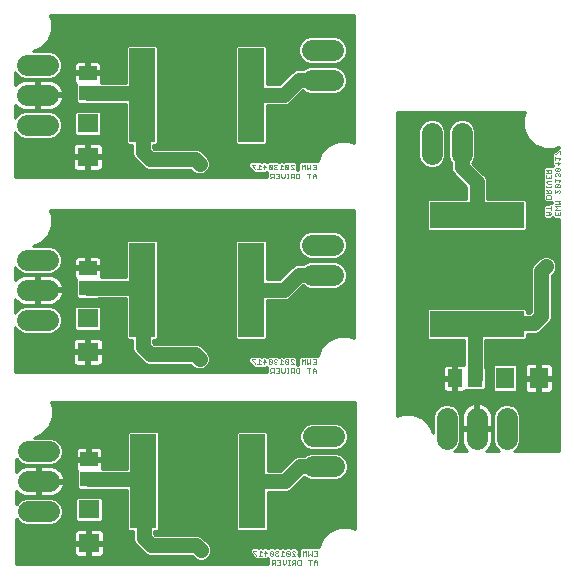
<source format=gbl>
G75*
G70*
%OFA0B0*%
%FSLAX24Y24*%
%IPPOS*%
%LPD*%
%AMOC8*
5,1,8,0,0,1.08239X$1,22.5*
%
%ADD10C,0.0040*%
%ADD11C,0.0709*%
%ADD12R,0.0866X0.3150*%
%ADD13R,0.0710X0.0630*%
%ADD14R,0.0591X0.0512*%
%ADD15R,0.3150X0.0866*%
%ADD16R,0.0630X0.0710*%
%ADD17R,0.0512X0.0591*%
%ADD18C,0.0100*%
%ADD19C,0.0396*%
%ADD20C,0.0500*%
D10*
X008593Y007535D02*
X008699Y007429D01*
X008699Y007402D01*
X008777Y007402D02*
X008884Y007402D01*
X008830Y007402D02*
X008830Y007562D01*
X008884Y007509D01*
X008961Y007482D02*
X009068Y007482D01*
X008988Y007562D01*
X008988Y007402D01*
X009145Y007429D02*
X009172Y007402D01*
X009225Y007402D01*
X009252Y007429D01*
X009145Y007535D01*
X009145Y007429D01*
X009145Y007535D02*
X009172Y007562D01*
X009225Y007562D01*
X009252Y007535D01*
X009252Y007429D01*
X009329Y007429D02*
X009356Y007402D01*
X009409Y007402D01*
X009436Y007429D01*
X009383Y007482D02*
X009356Y007482D01*
X009329Y007455D01*
X009329Y007429D01*
X009356Y007482D02*
X009329Y007509D01*
X009329Y007535D01*
X009356Y007562D01*
X009409Y007562D01*
X009436Y007535D01*
X009567Y007562D02*
X009567Y007402D01*
X009620Y007402D02*
X009513Y007402D01*
X009497Y007262D02*
X009391Y007262D01*
X009313Y007262D02*
X009233Y007262D01*
X009206Y007235D01*
X009206Y007182D01*
X009233Y007155D01*
X009313Y007155D01*
X009260Y007155D02*
X009206Y007102D01*
X009313Y007102D02*
X009313Y007262D01*
X009444Y007182D02*
X009497Y007182D01*
X009497Y007262D02*
X009497Y007102D01*
X009391Y007102D01*
X009575Y007155D02*
X009575Y007262D01*
X009682Y007262D02*
X009682Y007155D01*
X009628Y007102D01*
X009575Y007155D01*
X009751Y007102D02*
X009804Y007102D01*
X009778Y007102D02*
X009778Y007262D01*
X009804Y007262D02*
X009751Y007262D01*
X009882Y007235D02*
X009882Y007182D01*
X009908Y007155D01*
X009988Y007155D01*
X009935Y007155D02*
X009882Y007102D01*
X009988Y007102D02*
X009988Y007262D01*
X009908Y007262D01*
X009882Y007235D01*
X009882Y007402D02*
X009988Y007402D01*
X009882Y007509D01*
X009882Y007535D01*
X009908Y007562D01*
X009962Y007562D01*
X009988Y007535D01*
X009804Y007535D02*
X009778Y007562D01*
X009724Y007562D01*
X009698Y007535D01*
X009804Y007429D01*
X009778Y007402D01*
X009724Y007402D01*
X009698Y007429D01*
X009698Y007535D01*
X009620Y007509D02*
X009567Y007562D01*
X009804Y007535D02*
X009804Y007429D01*
X010066Y007235D02*
X010093Y007262D01*
X010173Y007262D01*
X010173Y007102D01*
X010093Y007102D01*
X010066Y007129D01*
X010066Y007235D01*
X010250Y007402D02*
X010250Y007562D01*
X010303Y007509D01*
X010357Y007562D01*
X010357Y007402D01*
X010434Y007402D02*
X010434Y007562D01*
X010541Y007562D02*
X010541Y007402D01*
X010488Y007455D01*
X010434Y007402D01*
X010434Y007262D02*
X010541Y007262D01*
X010488Y007262D02*
X010488Y007102D01*
X010618Y007102D02*
X010618Y007209D01*
X010672Y007262D01*
X010725Y007209D01*
X010725Y007102D01*
X010725Y007182D02*
X010618Y007182D01*
X010618Y007402D02*
X010725Y007402D01*
X010725Y007562D01*
X010618Y007562D01*
X010672Y007482D02*
X010725Y007482D01*
X008699Y007562D02*
X008593Y007562D01*
X008593Y007535D01*
X009206Y013598D02*
X009260Y013651D01*
X009233Y013651D02*
X009313Y013651D01*
X009313Y013598D02*
X009313Y013758D01*
X009233Y013758D01*
X009206Y013731D01*
X009206Y013678D01*
X009233Y013651D01*
X009391Y013598D02*
X009497Y013598D01*
X009497Y013758D01*
X009391Y013758D01*
X009444Y013678D02*
X009497Y013678D01*
X009575Y013651D02*
X009575Y013758D01*
X009682Y013758D02*
X009682Y013651D01*
X009628Y013598D01*
X009575Y013651D01*
X009751Y013598D02*
X009804Y013598D01*
X009778Y013598D02*
X009778Y013758D01*
X009804Y013758D02*
X009751Y013758D01*
X009882Y013731D02*
X009882Y013678D01*
X009908Y013651D01*
X009988Y013651D01*
X009935Y013651D02*
X009882Y013598D01*
X009988Y013598D02*
X009988Y013758D01*
X009908Y013758D01*
X009882Y013731D01*
X009882Y013898D02*
X009988Y013898D01*
X009882Y014005D01*
X009882Y014031D01*
X009908Y014058D01*
X009962Y014058D01*
X009988Y014031D01*
X009804Y014031D02*
X009778Y014058D01*
X009724Y014058D01*
X009698Y014031D01*
X009804Y013925D01*
X009778Y013898D01*
X009724Y013898D01*
X009698Y013925D01*
X009698Y014031D01*
X009620Y014005D02*
X009567Y014058D01*
X009567Y013898D01*
X009620Y013898D02*
X009513Y013898D01*
X009436Y013925D02*
X009409Y013898D01*
X009356Y013898D01*
X009329Y013925D01*
X009329Y013951D01*
X009356Y013978D01*
X009383Y013978D01*
X009356Y013978D02*
X009329Y014005D01*
X009329Y014031D01*
X009356Y014058D01*
X009409Y014058D01*
X009436Y014031D01*
X009252Y014031D02*
X009252Y013925D01*
X009145Y014031D01*
X009145Y013925D01*
X009172Y013898D01*
X009225Y013898D01*
X009252Y013925D01*
X009252Y014031D02*
X009225Y014058D01*
X009172Y014058D01*
X009145Y014031D01*
X009068Y013978D02*
X008961Y013978D01*
X008884Y014005D02*
X008830Y014058D01*
X008830Y013898D01*
X008777Y013898D02*
X008884Y013898D01*
X008988Y013898D02*
X008988Y014058D01*
X009068Y013978D01*
X008699Y013925D02*
X008699Y013898D01*
X008699Y013925D02*
X008593Y014031D01*
X008593Y014058D01*
X008699Y014058D01*
X009804Y014031D02*
X009804Y013925D01*
X010066Y013731D02*
X010093Y013758D01*
X010173Y013758D01*
X010173Y013598D01*
X010093Y013598D01*
X010066Y013625D01*
X010066Y013731D01*
X010250Y013898D02*
X010250Y014058D01*
X010303Y014005D01*
X010357Y014058D01*
X010357Y013898D01*
X010434Y013898D02*
X010434Y014058D01*
X010541Y014058D02*
X010541Y013898D01*
X010488Y013951D01*
X010434Y013898D01*
X010434Y013758D02*
X010541Y013758D01*
X010488Y013758D02*
X010488Y013598D01*
X010618Y013598D02*
X010618Y013705D01*
X010672Y013758D01*
X010725Y013705D01*
X010725Y013598D01*
X010725Y013678D02*
X010618Y013678D01*
X010618Y013898D02*
X010725Y013898D01*
X010725Y014058D01*
X010618Y014058D01*
X010672Y013978D02*
X010725Y013978D01*
X018407Y013893D02*
X018461Y013839D01*
X018461Y013866D02*
X018461Y013786D01*
X018407Y013786D02*
X018568Y013786D01*
X018568Y013866D01*
X018541Y013893D01*
X018488Y013893D01*
X018461Y013866D01*
X018407Y013709D02*
X018407Y013602D01*
X018568Y013602D01*
X018568Y013709D01*
X018488Y013655D02*
X018488Y013602D01*
X018461Y013524D02*
X018568Y013524D01*
X018568Y013418D02*
X018461Y013418D01*
X018407Y013471D01*
X018461Y013524D01*
X018407Y013348D02*
X018407Y013295D01*
X018407Y013322D02*
X018568Y013322D01*
X018568Y013348D02*
X018568Y013295D01*
X018541Y013218D02*
X018488Y013218D01*
X018461Y013191D01*
X018461Y013111D01*
X018461Y013164D02*
X018407Y013218D01*
X018407Y013111D02*
X018568Y013111D01*
X018568Y013191D01*
X018541Y013218D01*
X018707Y013218D02*
X018707Y013111D01*
X018814Y013218D01*
X018841Y013218D01*
X018868Y013191D01*
X018868Y013137D01*
X018841Y013111D01*
X018841Y013295D02*
X018734Y013295D01*
X018841Y013402D01*
X018734Y013402D01*
X018707Y013375D01*
X018707Y013322D01*
X018734Y013295D01*
X018841Y013295D02*
X018868Y013322D01*
X018868Y013375D01*
X018841Y013402D01*
X018814Y013479D02*
X018868Y013532D01*
X018707Y013532D01*
X018707Y013479D02*
X018707Y013586D01*
X018734Y013663D02*
X018707Y013690D01*
X018707Y013743D01*
X018734Y013770D01*
X018761Y013770D01*
X018788Y013743D01*
X018788Y013717D01*
X018788Y013743D02*
X018814Y013770D01*
X018841Y013770D01*
X018868Y013743D01*
X018868Y013690D01*
X018841Y013663D01*
X018841Y013847D02*
X018734Y013847D01*
X018841Y013954D01*
X018734Y013954D01*
X018707Y013927D01*
X018707Y013874D01*
X018734Y013847D01*
X018841Y013847D02*
X018868Y013874D01*
X018868Y013927D01*
X018841Y013954D01*
X018788Y014032D02*
X018788Y014138D01*
X018814Y014216D02*
X018868Y014269D01*
X018707Y014269D01*
X018707Y014216D02*
X018707Y014322D01*
X018707Y014400D02*
X018734Y014400D01*
X018841Y014507D01*
X018868Y014507D01*
X018868Y014400D01*
X018868Y014112D02*
X018707Y014112D01*
X018788Y014032D02*
X018868Y014112D01*
X018541Y013033D02*
X018568Y013007D01*
X018568Y012927D01*
X018407Y012927D01*
X018407Y013007D01*
X018434Y013033D01*
X018541Y013033D01*
X018707Y012849D02*
X018868Y012849D01*
X018814Y012796D01*
X018868Y012742D01*
X018707Y012742D01*
X018707Y012665D02*
X018868Y012665D01*
X018868Y012558D02*
X018707Y012558D01*
X018761Y012612D01*
X018707Y012665D01*
X018568Y012665D02*
X018568Y012558D01*
X018568Y012612D02*
X018407Y012612D01*
X018407Y012481D02*
X018514Y012481D01*
X018568Y012428D01*
X018514Y012374D01*
X018407Y012374D01*
X018488Y012374D02*
X018488Y012481D01*
X018707Y012481D02*
X018707Y012374D01*
X018868Y012374D01*
X018868Y012481D01*
X018788Y012428D02*
X018788Y012374D01*
X010764Y001184D02*
X010764Y001024D01*
X010658Y001024D01*
X010580Y001024D02*
X010527Y001077D01*
X010474Y001024D01*
X010474Y001184D01*
X010396Y001184D02*
X010343Y001131D01*
X010289Y001184D01*
X010289Y001024D01*
X010396Y001024D02*
X010396Y001184D01*
X010580Y001184D02*
X010580Y001024D01*
X010580Y000884D02*
X010474Y000884D01*
X010527Y000884D02*
X010527Y000724D01*
X010658Y000724D02*
X010658Y000831D01*
X010711Y000884D01*
X010764Y000831D01*
X010764Y000724D01*
X010764Y000804D02*
X010658Y000804D01*
X010711Y001104D02*
X010764Y001104D01*
X010764Y001184D02*
X010658Y001184D01*
X010212Y000884D02*
X010212Y000724D01*
X010132Y000724D01*
X010105Y000751D01*
X010105Y000857D01*
X010132Y000884D01*
X010212Y000884D01*
X010028Y000884D02*
X010028Y000724D01*
X010028Y000777D02*
X009948Y000777D01*
X009921Y000804D01*
X009921Y000857D01*
X009948Y000884D01*
X010028Y000884D01*
X009974Y000777D02*
X009921Y000724D01*
X009844Y000724D02*
X009790Y000724D01*
X009817Y000724D02*
X009817Y000884D01*
X009844Y000884D02*
X009790Y000884D01*
X009721Y000884D02*
X009721Y000777D01*
X009668Y000724D01*
X009614Y000777D01*
X009614Y000884D01*
X009537Y000884D02*
X009537Y000724D01*
X009430Y000724D01*
X009353Y000724D02*
X009353Y000884D01*
X009273Y000884D01*
X009246Y000857D01*
X009246Y000804D01*
X009273Y000777D01*
X009353Y000777D01*
X009299Y000777D02*
X009246Y000724D01*
X009430Y000884D02*
X009537Y000884D01*
X009537Y000804D02*
X009483Y000804D01*
X009449Y001024D02*
X009475Y001051D01*
X009449Y001024D02*
X009395Y001024D01*
X009369Y001051D01*
X009369Y001077D01*
X009395Y001104D01*
X009422Y001104D01*
X009395Y001104D02*
X009369Y001131D01*
X009369Y001157D01*
X009395Y001184D01*
X009449Y001184D01*
X009475Y001157D01*
X009606Y001184D02*
X009606Y001024D01*
X009553Y001024D02*
X009660Y001024D01*
X009737Y001051D02*
X009764Y001024D01*
X009817Y001024D01*
X009844Y001051D01*
X009737Y001157D01*
X009737Y001051D01*
X009737Y001157D02*
X009764Y001184D01*
X009817Y001184D01*
X009844Y001157D01*
X009844Y001051D01*
X009921Y001024D02*
X010028Y001024D01*
X009921Y001131D01*
X009921Y001157D01*
X009948Y001184D01*
X010001Y001184D01*
X010028Y001157D01*
X009660Y001131D02*
X009606Y001184D01*
X009291Y001157D02*
X009265Y001184D01*
X009211Y001184D01*
X009184Y001157D01*
X009291Y001051D01*
X009265Y001024D01*
X009211Y001024D01*
X009184Y001051D01*
X009184Y001157D01*
X009107Y001104D02*
X009000Y001104D01*
X008923Y001131D02*
X008870Y001184D01*
X008870Y001024D01*
X008923Y001024D02*
X008816Y001024D01*
X008739Y001024D02*
X008739Y001051D01*
X008632Y001157D01*
X008632Y001184D01*
X008739Y001184D01*
X009027Y001184D02*
X009107Y001104D01*
X009027Y001024D02*
X009027Y001184D01*
X009291Y001157D02*
X009291Y001051D01*
D11*
X010630Y004004D02*
X011339Y004004D01*
X011339Y005004D02*
X010630Y005004D01*
X015087Y004910D02*
X015087Y005618D01*
X016087Y005618D02*
X016087Y004910D01*
X017087Y004910D02*
X017087Y005618D01*
X011299Y010382D02*
X010591Y010382D01*
X010591Y011382D02*
X011299Y011382D01*
X014587Y014410D02*
X014587Y015118D01*
X015587Y015118D02*
X015587Y014410D01*
X011299Y016878D02*
X010591Y016878D01*
X010591Y017878D02*
X011299Y017878D01*
X001799Y017378D02*
X001091Y017378D01*
X001091Y016378D02*
X001799Y016378D01*
X001799Y015378D02*
X001091Y015378D01*
X001091Y010882D02*
X001799Y010882D01*
X001799Y009882D02*
X001091Y009882D01*
X001091Y008882D02*
X001799Y008882D01*
X001839Y004504D02*
X001130Y004504D01*
X001130Y003504D02*
X001839Y003504D01*
X001839Y002504D02*
X001130Y002504D01*
D12*
X004973Y003504D03*
X008596Y003504D03*
X008556Y009882D03*
X004934Y009882D03*
X004934Y016378D03*
X008556Y016378D03*
D13*
X003121Y015438D03*
X003121Y014318D03*
X003121Y008942D03*
X003121Y007822D03*
X003160Y002564D03*
X003160Y001444D03*
D14*
X003160Y003569D03*
X003160Y004239D03*
X003121Y009947D03*
X003121Y010616D03*
X003121Y016443D03*
X003121Y017113D03*
D15*
X016087Y012375D03*
X016087Y008753D03*
D16*
X017028Y006940D03*
X018147Y006940D03*
D17*
X016022Y006940D03*
X015353Y006940D03*
D18*
X000739Y002260D02*
X000739Y000759D01*
X009126Y000759D01*
X009126Y000907D01*
X009142Y000923D01*
X009119Y000946D01*
X009077Y000904D01*
X008977Y000904D01*
X008975Y000906D01*
X008973Y000904D01*
X008689Y000904D01*
X008619Y000974D01*
X008619Y001001D01*
X008512Y001108D01*
X008512Y001234D01*
X008582Y001304D01*
X008788Y001304D01*
X008804Y001288D01*
X008820Y001304D01*
X008919Y001304D01*
X008948Y001275D01*
X008977Y001304D01*
X009077Y001304D01*
X009119Y001262D01*
X009135Y001277D01*
X009161Y001304D01*
X009314Y001304D01*
X009330Y001288D01*
X009346Y001304D01*
X009498Y001304D01*
X009527Y001275D01*
X009556Y001304D01*
X009656Y001304D01*
X009685Y001275D01*
X009687Y001277D01*
X009714Y001304D01*
X009867Y001304D01*
X009882Y001288D01*
X009898Y001304D01*
X010051Y001304D01*
X010148Y001207D01*
X010148Y001108D01*
X010131Y001091D01*
X010148Y001074D01*
X010148Y001004D01*
X010169Y001004D01*
X010169Y001234D01*
X010204Y001268D01*
X010240Y001304D01*
X010339Y001304D01*
X010343Y001300D01*
X010346Y001304D01*
X010523Y001304D01*
X010527Y001300D01*
X010531Y001304D01*
X010814Y001304D01*
X010819Y001300D01*
X010943Y001600D01*
X011189Y001846D01*
X011510Y001979D01*
X011859Y001979D01*
X012041Y001903D01*
X012041Y006154D01*
X001886Y006154D01*
X001959Y005978D01*
X001959Y005630D01*
X001826Y005308D01*
X001580Y005062D01*
X001329Y004958D01*
X001929Y004958D01*
X002096Y004889D01*
X002224Y004761D01*
X002293Y004594D01*
X002293Y004413D01*
X002224Y004246D01*
X002096Y004119D01*
X001929Y004050D01*
X001040Y004050D01*
X000873Y004119D01*
X000745Y004246D01*
X000739Y004260D01*
X000739Y003824D01*
X000745Y003832D01*
X000802Y003889D01*
X000866Y003935D01*
X000937Y003971D01*
X001012Y003996D01*
X001090Y004008D01*
X001434Y004008D01*
X001434Y003554D01*
X001534Y003554D01*
X001534Y004008D01*
X001879Y004008D01*
X001957Y003996D01*
X002032Y003971D01*
X002103Y003935D01*
X002167Y003889D01*
X002224Y003832D01*
X002270Y003768D01*
X002306Y003697D01*
X002331Y003622D01*
X002342Y003554D01*
X001534Y003554D01*
X001534Y003454D01*
X001534Y003000D01*
X001879Y003000D01*
X001957Y003012D01*
X002032Y003036D01*
X002103Y003073D01*
X002167Y003119D01*
X002224Y003175D01*
X002270Y003240D01*
X002306Y003310D01*
X002331Y003386D01*
X002342Y003454D01*
X001534Y003454D01*
X001434Y003454D01*
X001434Y003000D01*
X001090Y003000D01*
X001012Y003012D01*
X000937Y003036D01*
X000866Y003073D01*
X000802Y003119D01*
X000745Y003175D01*
X000739Y003184D01*
X000739Y002748D01*
X000745Y002761D01*
X000873Y002889D01*
X001040Y002958D01*
X001929Y002958D01*
X002096Y002889D01*
X002224Y002761D01*
X002293Y002594D01*
X002293Y002413D01*
X002224Y002246D01*
X002096Y002119D01*
X001929Y002050D01*
X001040Y002050D01*
X000873Y002119D01*
X000745Y002246D01*
X000739Y002260D01*
X000739Y002219D02*
X000773Y002219D01*
X000739Y002120D02*
X000871Y002120D01*
X000739Y002022D02*
X004440Y002022D01*
X004440Y002120D02*
X002097Y002120D01*
X002196Y002219D02*
X002705Y002219D01*
X002705Y002207D02*
X002764Y002149D01*
X003556Y002149D01*
X003615Y002207D01*
X003615Y002920D01*
X003556Y002979D01*
X002764Y002979D01*
X002705Y002920D01*
X002705Y002207D01*
X002705Y002317D02*
X002253Y002317D01*
X002293Y002416D02*
X002705Y002416D01*
X002705Y002514D02*
X002293Y002514D01*
X002286Y002613D02*
X002705Y002613D01*
X002705Y002711D02*
X002245Y002711D01*
X002176Y002810D02*
X002705Y002810D01*
X002705Y002908D02*
X002050Y002908D01*
X001923Y003007D02*
X004440Y003007D01*
X004440Y003105D02*
X002148Y003105D01*
X002244Y003204D02*
X004440Y003204D01*
X004440Y003219D02*
X004440Y001888D01*
X004499Y001829D01*
X004634Y001829D01*
X004634Y001534D01*
X004688Y001406D01*
X004786Y001307D01*
X005027Y001066D01*
X005156Y001013D01*
X006580Y001013D01*
X006686Y000907D01*
X006815Y000854D01*
X006954Y000854D01*
X007083Y000907D01*
X007181Y001006D01*
X007234Y001134D01*
X007234Y001273D01*
X007181Y001402D01*
X007022Y001561D01*
X007022Y001561D01*
X006924Y001660D01*
X006795Y001713D01*
X005370Y001713D01*
X005334Y001749D01*
X005334Y001829D01*
X005448Y001829D01*
X005507Y001888D01*
X005507Y005120D01*
X005448Y005179D01*
X004499Y005179D01*
X004440Y005120D01*
X004440Y003919D01*
X003592Y003919D01*
X003595Y003925D01*
X003605Y003963D01*
X003605Y004189D01*
X003210Y004189D01*
X004440Y004189D01*
X004440Y004287D02*
X003210Y004287D01*
X003210Y004289D02*
X003605Y004289D01*
X003605Y004514D01*
X003595Y004552D01*
X003575Y004587D01*
X003547Y004614D01*
X003513Y004634D01*
X003475Y004644D01*
X003210Y004644D01*
X003210Y004289D01*
X003110Y004289D01*
X003110Y004644D01*
X002845Y004644D01*
X002807Y004634D01*
X002773Y004614D01*
X002745Y004587D01*
X002725Y004552D01*
X002715Y004514D01*
X002715Y004289D01*
X003110Y004289D01*
X003110Y004189D01*
X002166Y004189D01*
X002241Y004287D02*
X003110Y004287D01*
X003110Y004189D02*
X002715Y004189D01*
X002715Y003963D01*
X002725Y003925D01*
X002745Y003890D01*
X002767Y003869D01*
X002765Y003867D01*
X002765Y003272D01*
X002823Y003213D01*
X003497Y003213D01*
X003503Y003219D01*
X004440Y003219D01*
X004440Y002908D02*
X003615Y002908D01*
X003615Y002810D02*
X004440Y002810D01*
X004440Y002711D02*
X003615Y002711D01*
X003615Y002613D02*
X004440Y002613D01*
X004440Y002514D02*
X003615Y002514D01*
X003615Y002416D02*
X004440Y002416D01*
X004440Y002317D02*
X003615Y002317D01*
X003615Y002219D02*
X004440Y002219D01*
X004440Y001923D02*
X000739Y001923D01*
X000739Y001825D02*
X002670Y001825D01*
X002665Y001817D02*
X002655Y001779D01*
X002655Y001494D01*
X003110Y001494D01*
X003110Y001394D01*
X002655Y001394D01*
X002655Y001109D01*
X002665Y001071D01*
X002685Y001037D01*
X002713Y001009D01*
X002747Y000989D01*
X002785Y000979D01*
X003110Y000979D01*
X003110Y001394D01*
X003210Y001394D01*
X003210Y000979D01*
X003535Y000979D01*
X003573Y000989D01*
X003607Y001009D01*
X003635Y001037D01*
X003655Y001071D01*
X003665Y001109D01*
X003665Y001394D01*
X003210Y001394D01*
X003210Y001494D01*
X003110Y001494D01*
X003110Y001909D01*
X002785Y001909D01*
X002747Y001899D01*
X002713Y001879D01*
X002685Y001851D01*
X002665Y001817D01*
X002655Y001726D02*
X000739Y001726D01*
X000739Y001628D02*
X002655Y001628D01*
X002655Y001529D02*
X000739Y001529D01*
X000739Y001431D02*
X003110Y001431D01*
X003110Y001529D02*
X003210Y001529D01*
X003210Y001494D02*
X003210Y001909D01*
X003535Y001909D01*
X003573Y001899D01*
X003607Y001879D01*
X003635Y001851D01*
X003655Y001817D01*
X003665Y001779D01*
X003665Y001494D01*
X003210Y001494D01*
X003210Y001431D02*
X004677Y001431D01*
X004637Y001529D02*
X003665Y001529D01*
X003665Y001628D02*
X004634Y001628D01*
X004634Y001726D02*
X003665Y001726D01*
X003650Y001825D02*
X004634Y001825D01*
X004761Y001332D02*
X003665Y001332D01*
X003665Y001234D02*
X004860Y001234D01*
X004958Y001135D02*
X003665Y001135D01*
X003635Y001037D02*
X005099Y001037D01*
X005357Y001726D02*
X011069Y001726D01*
X010971Y001628D02*
X006956Y001628D01*
X007054Y001529D02*
X010913Y001529D01*
X010873Y001431D02*
X007153Y001431D01*
X007210Y001332D02*
X010832Y001332D01*
X011168Y001825D02*
X005334Y001825D01*
X005507Y001923D02*
X008062Y001923D01*
X008062Y001888D02*
X008121Y001829D01*
X009070Y001829D01*
X009129Y001888D01*
X009129Y003154D01*
X009754Y003154D01*
X009883Y003207D01*
X009981Y003306D01*
X010329Y003654D01*
X010338Y003654D01*
X010373Y003619D01*
X010540Y003550D01*
X011429Y003550D01*
X011596Y003619D01*
X011724Y003746D01*
X011793Y003913D01*
X011793Y004094D01*
X011724Y004261D01*
X011596Y004389D01*
X011429Y004458D01*
X010540Y004458D01*
X010373Y004389D01*
X010338Y004354D01*
X010115Y004354D01*
X009986Y004301D01*
X009540Y003854D01*
X009129Y003854D01*
X009129Y005120D01*
X009070Y005179D01*
X008121Y005179D01*
X008062Y005120D01*
X008062Y001888D01*
X008062Y002022D02*
X005507Y002022D01*
X005507Y002120D02*
X008062Y002120D01*
X008062Y002219D02*
X005507Y002219D01*
X005507Y002317D02*
X008062Y002317D01*
X008062Y002416D02*
X005507Y002416D01*
X005507Y002514D02*
X008062Y002514D01*
X008062Y002613D02*
X005507Y002613D01*
X005507Y002711D02*
X008062Y002711D01*
X008062Y002810D02*
X005507Y002810D01*
X005507Y002908D02*
X008062Y002908D01*
X008062Y003007D02*
X005507Y003007D01*
X005507Y003105D02*
X008062Y003105D01*
X008062Y003204D02*
X005507Y003204D01*
X005507Y003302D02*
X008062Y003302D01*
X008062Y003401D02*
X005507Y003401D01*
X005507Y003499D02*
X008062Y003499D01*
X008062Y003598D02*
X005507Y003598D01*
X005507Y003696D02*
X008062Y003696D01*
X008062Y003795D02*
X005507Y003795D01*
X005507Y003893D02*
X008062Y003893D01*
X008062Y003992D02*
X005507Y003992D01*
X005507Y004090D02*
X008062Y004090D01*
X008062Y004189D02*
X005507Y004189D01*
X005507Y004287D02*
X008062Y004287D01*
X008062Y004386D02*
X005507Y004386D01*
X005507Y004484D02*
X008062Y004484D01*
X008062Y004583D02*
X005507Y004583D01*
X005507Y004681D02*
X008062Y004681D01*
X008062Y004780D02*
X005507Y004780D01*
X005507Y004878D02*
X008062Y004878D01*
X008062Y004977D02*
X005507Y004977D01*
X005507Y005075D02*
X008062Y005075D01*
X008116Y005174D02*
X005453Y005174D01*
X004494Y005174D02*
X001692Y005174D01*
X001790Y005272D02*
X010256Y005272D01*
X010245Y005261D02*
X010176Y005094D01*
X010176Y004913D01*
X010245Y004746D01*
X010373Y004619D01*
X010540Y004550D01*
X011429Y004550D01*
X011596Y004619D01*
X011724Y004746D01*
X011793Y004913D01*
X011793Y005094D01*
X011724Y005261D01*
X011596Y005389D01*
X011429Y005458D01*
X010540Y005458D01*
X010373Y005389D01*
X010245Y005261D01*
X010209Y005174D02*
X009075Y005174D01*
X009129Y005075D02*
X010176Y005075D01*
X010176Y004977D02*
X009129Y004977D01*
X009129Y004878D02*
X010191Y004878D01*
X010231Y004780D02*
X009129Y004780D01*
X009129Y004681D02*
X010310Y004681D01*
X010460Y004583D02*
X009129Y004583D01*
X009129Y004484D02*
X012041Y004484D01*
X012041Y004386D02*
X011600Y004386D01*
X011698Y004287D02*
X012041Y004287D01*
X012041Y004189D02*
X011754Y004189D01*
X011793Y004090D02*
X012041Y004090D01*
X012041Y003992D02*
X011793Y003992D01*
X011785Y003893D02*
X012041Y003893D01*
X012041Y003795D02*
X011744Y003795D01*
X011673Y003696D02*
X012041Y003696D01*
X012041Y003598D02*
X011545Y003598D01*
X012041Y003499D02*
X010175Y003499D01*
X010273Y003598D02*
X010424Y003598D01*
X010076Y003401D02*
X012041Y003401D01*
X012041Y003302D02*
X009978Y003302D01*
X009874Y003204D02*
X012041Y003204D01*
X012041Y003105D02*
X009129Y003105D01*
X009129Y003007D02*
X012041Y003007D01*
X012041Y002908D02*
X009129Y002908D01*
X009129Y002810D02*
X012041Y002810D01*
X012041Y002711D02*
X009129Y002711D01*
X009129Y002613D02*
X012041Y002613D01*
X012041Y002514D02*
X009129Y002514D01*
X009129Y002416D02*
X012041Y002416D01*
X012041Y002317D02*
X009129Y002317D01*
X009129Y002219D02*
X012041Y002219D01*
X012041Y002120D02*
X009129Y002120D01*
X009129Y002022D02*
X012041Y002022D01*
X012041Y001923D02*
X011993Y001923D01*
X011376Y001923D02*
X009129Y001923D01*
X008512Y001234D02*
X007234Y001234D01*
X007234Y001135D02*
X008512Y001135D01*
X008583Y001037D02*
X007194Y001037D01*
X007114Y000938D02*
X008655Y000938D01*
X009111Y000938D02*
X009127Y000938D01*
X009126Y000840D02*
X000739Y000840D01*
X000739Y000938D02*
X006655Y000938D01*
X004440Y003992D02*
X003605Y003992D01*
X003605Y004090D02*
X004440Y004090D01*
X004440Y004386D02*
X003605Y004386D01*
X003605Y004484D02*
X004440Y004484D01*
X004440Y004583D02*
X003578Y004583D01*
X003210Y004583D02*
X003110Y004583D01*
X003110Y004484D02*
X003210Y004484D01*
X003210Y004386D02*
X003110Y004386D01*
X003210Y004289D02*
X003210Y004189D01*
X002715Y004090D02*
X002027Y004090D01*
X001970Y003992D02*
X002715Y003992D01*
X002743Y003893D02*
X002161Y003893D01*
X002251Y003795D02*
X002765Y003795D01*
X002765Y003696D02*
X002307Y003696D01*
X002335Y003598D02*
X002765Y003598D01*
X002765Y003499D02*
X001534Y003499D01*
X001534Y003401D02*
X001434Y003401D01*
X001434Y003302D02*
X001534Y003302D01*
X001534Y003204D02*
X001434Y003204D01*
X001434Y003105D02*
X001534Y003105D01*
X001534Y003007D02*
X001434Y003007D01*
X001046Y003007D02*
X000739Y003007D01*
X000739Y003105D02*
X000821Y003105D01*
X000739Y002908D02*
X000919Y002908D01*
X000793Y002810D02*
X000739Y002810D01*
X001434Y003598D02*
X001534Y003598D01*
X001534Y003696D02*
X001434Y003696D01*
X001434Y003795D02*
X001534Y003795D01*
X001534Y003893D02*
X001434Y003893D01*
X001434Y003992D02*
X001534Y003992D01*
X000999Y003992D02*
X000739Y003992D01*
X000739Y004090D02*
X000942Y004090D01*
X000803Y004189D02*
X000739Y004189D01*
X000739Y003893D02*
X000808Y003893D01*
X001374Y004977D02*
X004440Y004977D01*
X004440Y005075D02*
X001593Y005075D01*
X001852Y005371D02*
X010354Y005371D01*
X010369Y004386D02*
X009129Y004386D01*
X009129Y004287D02*
X009973Y004287D01*
X009874Y004189D02*
X009129Y004189D01*
X009129Y004090D02*
X009776Y004090D01*
X009677Y003992D02*
X009129Y003992D01*
X009129Y003893D02*
X009579Y003893D01*
X011509Y004583D02*
X012041Y004583D01*
X012041Y004681D02*
X011658Y004681D01*
X011738Y004780D02*
X012041Y004780D01*
X012041Y004878D02*
X011778Y004878D01*
X011793Y004977D02*
X012041Y004977D01*
X012041Y005075D02*
X011793Y005075D01*
X011760Y005174D02*
X012041Y005174D01*
X012041Y005272D02*
X011713Y005272D01*
X011615Y005371D02*
X012041Y005371D01*
X012041Y005469D02*
X001893Y005469D01*
X001934Y005568D02*
X012041Y005568D01*
X012041Y005666D02*
X001959Y005666D01*
X001959Y005765D02*
X012041Y005765D01*
X012041Y005863D02*
X001959Y005863D01*
X001959Y005962D02*
X012041Y005962D01*
X012041Y006060D02*
X001925Y006060D01*
X002107Y004878D02*
X004440Y004878D01*
X004440Y004780D02*
X002206Y004780D01*
X002257Y004681D02*
X004440Y004681D01*
X002742Y004583D02*
X002293Y004583D01*
X002293Y004484D02*
X002715Y004484D01*
X002715Y004386D02*
X002282Y004386D01*
X002333Y003401D02*
X002765Y003401D01*
X002765Y003302D02*
X002302Y003302D01*
X003110Y001825D02*
X003210Y001825D01*
X003210Y001726D02*
X003110Y001726D01*
X003110Y001628D02*
X003210Y001628D01*
X003210Y001332D02*
X003110Y001332D01*
X003110Y001234D02*
X003210Y001234D01*
X003210Y001135D02*
X003110Y001135D01*
X003110Y001037D02*
X003210Y001037D01*
X002686Y001037D02*
X000739Y001037D01*
X000739Y001135D02*
X002655Y001135D01*
X002655Y001234D02*
X000739Y001234D01*
X000739Y001332D02*
X002655Y001332D01*
X000700Y007137D02*
X000700Y008638D01*
X000706Y008624D01*
X000833Y008497D01*
X001000Y008427D01*
X001890Y008427D01*
X002057Y008497D01*
X002185Y008624D01*
X002254Y008791D01*
X002254Y008972D01*
X002185Y009139D01*
X002057Y009267D01*
X001890Y009336D01*
X001000Y009336D01*
X000833Y009267D01*
X000706Y009139D01*
X000700Y009126D01*
X000700Y009562D01*
X000706Y009553D01*
X000762Y009497D01*
X000826Y009450D01*
X000897Y009414D01*
X000973Y009390D01*
X001051Y009377D01*
X001395Y009377D01*
X001395Y009832D01*
X001495Y009832D01*
X001495Y009932D01*
X001395Y009932D01*
X001395Y010386D01*
X001051Y010386D01*
X000973Y010374D01*
X000897Y010349D01*
X000826Y010313D01*
X000762Y010266D01*
X000706Y010210D01*
X000700Y010202D01*
X000700Y010638D01*
X000706Y010624D01*
X000833Y010497D01*
X001000Y010427D01*
X001890Y010427D01*
X002057Y010497D01*
X002185Y010624D01*
X002254Y010791D01*
X002254Y010972D01*
X002185Y011139D01*
X002057Y011267D01*
X001890Y011336D01*
X001290Y011336D01*
X001541Y011440D01*
X001787Y011686D01*
X001920Y012008D01*
X001920Y012356D01*
X001847Y012532D01*
X012001Y012532D01*
X012001Y008281D01*
X011819Y008357D01*
X011471Y008357D01*
X011149Y008224D01*
X010903Y007977D01*
X010779Y007678D01*
X010775Y007682D01*
X010491Y007682D01*
X010488Y007678D01*
X010484Y007682D01*
X010307Y007682D01*
X010303Y007678D01*
X010300Y007682D01*
X010200Y007682D01*
X010165Y007646D01*
X010130Y007612D01*
X010130Y007382D01*
X010108Y007382D01*
X010108Y007452D01*
X010091Y007469D01*
X010108Y007486D01*
X010108Y007585D01*
X010012Y007682D01*
X009859Y007682D01*
X009843Y007666D01*
X009827Y007682D01*
X009675Y007682D01*
X009648Y007655D01*
X009646Y007653D01*
X009617Y007682D01*
X009517Y007682D01*
X009488Y007653D01*
X009459Y007682D01*
X009306Y007682D01*
X009291Y007666D01*
X009275Y007682D01*
X009122Y007682D01*
X009095Y007655D01*
X009080Y007640D01*
X009037Y007682D01*
X008938Y007682D01*
X008909Y007653D01*
X008880Y007682D01*
X008780Y007682D01*
X008765Y007666D01*
X008749Y007682D01*
X008543Y007682D01*
X008473Y007612D01*
X008473Y007486D01*
X008579Y007379D01*
X008579Y007352D01*
X008650Y007282D01*
X008933Y007282D01*
X008936Y007284D01*
X008938Y007282D01*
X009037Y007282D01*
X009080Y007324D01*
X009103Y007301D01*
X009086Y007285D01*
X009086Y007137D01*
X000700Y007137D01*
X000700Y007144D02*
X009086Y007144D01*
X009086Y007242D02*
X006939Y007242D01*
X006915Y007232D02*
X007043Y007285D01*
X007142Y007384D01*
X007195Y007512D01*
X007195Y007651D01*
X007142Y007780D01*
X006983Y007939D01*
X006884Y008038D01*
X006756Y008091D01*
X005331Y008091D01*
X005295Y008127D01*
X005295Y008207D01*
X005409Y008207D01*
X005467Y008266D01*
X005467Y011498D01*
X005409Y011557D01*
X004460Y011557D01*
X004401Y011498D01*
X004401Y010297D01*
X003553Y010297D01*
X003556Y010303D01*
X003566Y010341D01*
X003566Y010566D01*
X003171Y010566D01*
X003171Y010666D01*
X003566Y010666D01*
X003566Y010892D01*
X003556Y010930D01*
X003536Y010964D01*
X003508Y010992D01*
X003474Y011012D01*
X003436Y011022D01*
X003171Y011022D01*
X003171Y010666D01*
X003071Y010666D01*
X003071Y010566D01*
X002675Y010566D01*
X002675Y010341D01*
X002686Y010303D01*
X002705Y010268D01*
X002727Y010246D01*
X002725Y010244D01*
X002725Y009650D01*
X002784Y009591D01*
X003457Y009591D01*
X003463Y009597D01*
X004401Y009597D01*
X004401Y008266D01*
X004460Y008207D01*
X004595Y008207D01*
X004595Y007912D01*
X004648Y007784D01*
X004747Y007685D01*
X004988Y007444D01*
X005116Y007391D01*
X006541Y007391D01*
X006647Y007285D01*
X006775Y007232D01*
X006915Y007232D01*
X006751Y007242D02*
X000700Y007242D01*
X000700Y007341D02*
X006591Y007341D01*
X007099Y007341D02*
X008591Y007341D01*
X008519Y007439D02*
X007165Y007439D01*
X007195Y007538D02*
X008473Y007538D01*
X008497Y007636D02*
X007195Y007636D01*
X007161Y007735D02*
X010803Y007735D01*
X010844Y007833D02*
X007089Y007833D01*
X006990Y007932D02*
X010884Y007932D01*
X010956Y008030D02*
X006892Y008030D01*
X008023Y008266D02*
X008082Y008207D01*
X009031Y008207D01*
X009089Y008266D01*
X009089Y009532D01*
X009715Y009532D01*
X009843Y009585D01*
X009942Y009684D01*
X010290Y010032D01*
X010298Y010032D01*
X010333Y009997D01*
X010500Y009927D01*
X011390Y009927D01*
X011557Y009997D01*
X011685Y010124D01*
X011754Y010291D01*
X011754Y010472D01*
X011685Y010639D01*
X011557Y010767D01*
X011390Y010836D01*
X010500Y010836D01*
X010333Y010767D01*
X010298Y010732D01*
X010075Y010732D01*
X009947Y010679D01*
X009500Y010232D01*
X009089Y010232D01*
X009089Y011498D01*
X009031Y011557D01*
X008082Y011557D01*
X008023Y011498D01*
X008023Y008266D01*
X008062Y008227D02*
X005429Y008227D01*
X005467Y008326D02*
X008023Y008326D01*
X008023Y008424D02*
X005467Y008424D01*
X005467Y008523D02*
X008023Y008523D01*
X008023Y008621D02*
X005467Y008621D01*
X005467Y008720D02*
X008023Y008720D01*
X008023Y008818D02*
X005467Y008818D01*
X005467Y008917D02*
X008023Y008917D01*
X008023Y009015D02*
X005467Y009015D01*
X005467Y009114D02*
X008023Y009114D01*
X008023Y009212D02*
X005467Y009212D01*
X005467Y009311D02*
X008023Y009311D01*
X008023Y009409D02*
X005467Y009409D01*
X005467Y009508D02*
X008023Y009508D01*
X008023Y009606D02*
X005467Y009606D01*
X005467Y009705D02*
X008023Y009705D01*
X008023Y009803D02*
X005467Y009803D01*
X005467Y009902D02*
X008023Y009902D01*
X008023Y010000D02*
X005467Y010000D01*
X005467Y010099D02*
X008023Y010099D01*
X008023Y010197D02*
X005467Y010197D01*
X005467Y010296D02*
X008023Y010296D01*
X008023Y010394D02*
X005467Y010394D01*
X005467Y010493D02*
X008023Y010493D01*
X008023Y010591D02*
X005467Y010591D01*
X005467Y010690D02*
X008023Y010690D01*
X008023Y010788D02*
X005467Y010788D01*
X005467Y010887D02*
X008023Y010887D01*
X008023Y010985D02*
X005467Y010985D01*
X005467Y011084D02*
X008023Y011084D01*
X008023Y011182D02*
X005467Y011182D01*
X005467Y011281D02*
X008023Y011281D01*
X008023Y011379D02*
X005467Y011379D01*
X005467Y011478D02*
X008023Y011478D01*
X009089Y011478D02*
X010139Y011478D01*
X010136Y011472D02*
X010136Y011291D01*
X010206Y011124D01*
X010333Y010997D01*
X010500Y010927D01*
X011390Y010927D01*
X011557Y010997D01*
X011685Y011124D01*
X011754Y011291D01*
X011754Y011472D01*
X011685Y011639D01*
X011557Y011767D01*
X011390Y011836D01*
X010500Y011836D01*
X010333Y011767D01*
X010206Y011639D01*
X010136Y011472D01*
X010136Y011379D02*
X009089Y011379D01*
X009089Y011281D02*
X010141Y011281D01*
X010182Y011182D02*
X009089Y011182D01*
X009089Y011084D02*
X010247Y011084D01*
X010361Y010985D02*
X009089Y010985D01*
X009089Y010887D02*
X012001Y010887D01*
X012001Y010985D02*
X011529Y010985D01*
X011644Y011084D02*
X012001Y011084D01*
X012001Y011182D02*
X011708Y011182D01*
X011749Y011281D02*
X012001Y011281D01*
X012001Y011379D02*
X011754Y011379D01*
X011752Y011478D02*
X012001Y011478D01*
X012001Y011576D02*
X011711Y011576D01*
X011649Y011675D02*
X012001Y011675D01*
X012001Y011773D02*
X011542Y011773D01*
X012001Y011872D02*
X001864Y011872D01*
X001904Y011970D02*
X012001Y011970D01*
X012001Y012069D02*
X001920Y012069D01*
X001920Y012167D02*
X012001Y012167D01*
X012001Y012266D02*
X001920Y012266D01*
X001917Y012364D02*
X012001Y012364D01*
X012001Y012463D02*
X001876Y012463D01*
X001823Y011773D02*
X010348Y011773D01*
X010241Y011675D02*
X001775Y011675D01*
X001677Y011576D02*
X010179Y011576D01*
X010384Y010788D02*
X009089Y010788D01*
X009089Y010690D02*
X009973Y010690D01*
X009859Y010591D02*
X009089Y010591D01*
X009089Y010493D02*
X009761Y010493D01*
X009662Y010394D02*
X009089Y010394D01*
X009089Y010296D02*
X009564Y010296D01*
X010061Y009803D02*
X012001Y009803D01*
X012001Y009705D02*
X009963Y009705D01*
X009864Y009606D02*
X012001Y009606D01*
X012001Y009508D02*
X009089Y009508D01*
X009089Y009409D02*
X012001Y009409D01*
X012001Y009311D02*
X009089Y009311D01*
X009089Y009212D02*
X012001Y009212D01*
X012001Y009114D02*
X009089Y009114D01*
X009089Y009015D02*
X012001Y009015D01*
X012001Y008917D02*
X009089Y008917D01*
X009089Y008818D02*
X012001Y008818D01*
X012001Y008720D02*
X009089Y008720D01*
X009089Y008621D02*
X012001Y008621D01*
X012001Y008523D02*
X009089Y008523D01*
X009089Y008424D02*
X012001Y008424D01*
X012001Y008326D02*
X011895Y008326D01*
X011396Y008326D02*
X009089Y008326D01*
X009051Y008227D02*
X011158Y008227D01*
X011054Y008129D02*
X005295Y008129D01*
X004796Y007636D02*
X003626Y007636D01*
X003626Y007538D02*
X004894Y007538D01*
X005000Y007439D02*
X003610Y007439D01*
X003615Y007449D02*
X003626Y007487D01*
X003626Y007772D01*
X003171Y007772D01*
X003171Y007872D01*
X003626Y007872D01*
X003626Y008157D01*
X003615Y008195D01*
X003596Y008229D01*
X003568Y008257D01*
X003534Y008277D01*
X003495Y008287D01*
X003171Y008287D01*
X003171Y007872D01*
X003071Y007872D01*
X003071Y008287D01*
X002746Y008287D01*
X002708Y008277D01*
X002674Y008257D01*
X002646Y008229D01*
X002626Y008195D01*
X002616Y008157D01*
X002616Y007872D01*
X003071Y007872D01*
X003071Y007772D01*
X003171Y007772D01*
X003171Y007357D01*
X003495Y007357D01*
X003534Y007367D01*
X003568Y007387D01*
X003596Y007415D01*
X003615Y007449D01*
X003626Y007735D02*
X004697Y007735D01*
X004628Y007833D02*
X003171Y007833D01*
X003171Y007735D02*
X003071Y007735D01*
X003071Y007772D02*
X003071Y007357D01*
X002746Y007357D01*
X002708Y007367D01*
X002674Y007387D01*
X002646Y007415D01*
X002626Y007449D01*
X002616Y007487D01*
X002616Y007772D01*
X003071Y007772D01*
X003071Y007833D02*
X000700Y007833D01*
X000700Y007735D02*
X002616Y007735D01*
X002616Y007636D02*
X000700Y007636D01*
X000700Y007538D02*
X002616Y007538D01*
X002632Y007439D02*
X000700Y007439D01*
X000700Y007932D02*
X002616Y007932D01*
X002616Y008030D02*
X000700Y008030D01*
X000700Y008129D02*
X002616Y008129D01*
X002645Y008227D02*
X000700Y008227D01*
X000700Y008326D02*
X004401Y008326D01*
X004401Y008424D02*
X000700Y008424D01*
X000700Y008523D02*
X000808Y008523D01*
X000709Y008621D02*
X000700Y008621D01*
X000700Y009212D02*
X000778Y009212D01*
X000700Y009311D02*
X000939Y009311D01*
X000914Y009409D02*
X000700Y009409D01*
X000700Y009508D02*
X000752Y009508D01*
X001395Y009508D02*
X001495Y009508D01*
X001495Y009606D02*
X001395Y009606D01*
X001395Y009705D02*
X001495Y009705D01*
X001495Y009803D02*
X001395Y009803D01*
X001495Y009832D02*
X001495Y009377D01*
X001839Y009377D01*
X001918Y009390D01*
X001993Y009414D01*
X002064Y009450D01*
X002128Y009497D01*
X002184Y009553D01*
X002231Y009617D01*
X002267Y009688D01*
X002291Y009764D01*
X002302Y009832D01*
X001495Y009832D01*
X001495Y009902D02*
X002725Y009902D01*
X002725Y010000D02*
X002291Y010000D01*
X002267Y010075D01*
X002231Y010146D01*
X002184Y010210D01*
X002128Y010266D01*
X002064Y010313D01*
X001993Y010349D01*
X001918Y010374D01*
X001839Y010386D01*
X001495Y010386D01*
X001495Y009932D01*
X002302Y009932D01*
X002291Y010000D01*
X002255Y010099D02*
X002725Y010099D01*
X002725Y010197D02*
X002194Y010197D01*
X002088Y010296D02*
X002690Y010296D01*
X002675Y010394D02*
X000700Y010394D01*
X000700Y010296D02*
X000802Y010296D01*
X000843Y010493D02*
X000700Y010493D01*
X000700Y010591D02*
X000739Y010591D01*
X001395Y010296D02*
X001495Y010296D01*
X001495Y010197D02*
X001395Y010197D01*
X001395Y010099D02*
X001495Y010099D01*
X001495Y010000D02*
X001395Y010000D01*
X001395Y009409D02*
X001495Y009409D01*
X001952Y009311D02*
X002678Y009311D01*
X002666Y009298D02*
X002666Y008585D01*
X002724Y008527D01*
X003517Y008527D01*
X003576Y008585D01*
X003576Y009298D01*
X003517Y009357D01*
X002724Y009357D01*
X002666Y009298D01*
X002666Y009212D02*
X002112Y009212D01*
X002195Y009114D02*
X002666Y009114D01*
X002666Y009015D02*
X002236Y009015D01*
X002254Y008917D02*
X002666Y008917D01*
X002666Y008818D02*
X002254Y008818D01*
X002224Y008720D02*
X002666Y008720D01*
X002666Y008621D02*
X002181Y008621D01*
X002083Y008523D02*
X004401Y008523D01*
X004401Y008621D02*
X003576Y008621D01*
X003576Y008720D02*
X004401Y008720D01*
X004401Y008818D02*
X003576Y008818D01*
X003576Y008917D02*
X004401Y008917D01*
X004401Y009015D02*
X003576Y009015D01*
X003576Y009114D02*
X004401Y009114D01*
X004401Y009212D02*
X003576Y009212D01*
X003563Y009311D02*
X004401Y009311D01*
X004401Y009409D02*
X001976Y009409D01*
X002138Y009508D02*
X004401Y009508D01*
X004401Y010394D02*
X003566Y010394D01*
X003566Y010493D02*
X004401Y010493D01*
X004401Y010591D02*
X003171Y010591D01*
X003171Y010690D02*
X003071Y010690D01*
X003071Y010666D02*
X003071Y011022D01*
X002806Y011022D01*
X002768Y011012D01*
X002733Y010992D01*
X002705Y010964D01*
X002686Y010930D01*
X002675Y010892D01*
X002675Y010666D01*
X003071Y010666D01*
X003071Y010591D02*
X002151Y010591D01*
X002212Y010690D02*
X002675Y010690D01*
X002675Y010788D02*
X002252Y010788D01*
X002254Y010887D02*
X002675Y010887D01*
X002726Y010985D02*
X002248Y010985D01*
X002208Y011084D02*
X004401Y011084D01*
X004401Y011182D02*
X002142Y011182D01*
X002024Y011281D02*
X004401Y011281D01*
X004401Y011379D02*
X001394Y011379D01*
X001578Y011478D02*
X004401Y011478D01*
X004401Y010985D02*
X003515Y010985D01*
X003566Y010887D02*
X004401Y010887D01*
X004401Y010788D02*
X003566Y010788D01*
X003566Y010690D02*
X004401Y010690D01*
X003171Y010788D02*
X003071Y010788D01*
X003071Y010887D02*
X003171Y010887D01*
X003171Y010985D02*
X003071Y010985D01*
X002675Y010493D02*
X002047Y010493D01*
X002298Y009803D02*
X002725Y009803D01*
X002725Y009705D02*
X002272Y009705D01*
X002222Y009606D02*
X002769Y009606D01*
X003071Y008227D02*
X003171Y008227D01*
X003171Y008129D02*
X003071Y008129D01*
X003071Y008030D02*
X003171Y008030D01*
X003171Y007932D02*
X003071Y007932D01*
X003071Y007636D02*
X003171Y007636D01*
X003171Y007538D02*
X003071Y007538D01*
X003071Y007439D02*
X003171Y007439D01*
X003626Y007932D02*
X004595Y007932D01*
X004595Y008030D02*
X003626Y008030D01*
X003626Y008129D02*
X004595Y008129D01*
X004440Y008227D02*
X003597Y008227D01*
X000700Y013633D02*
X000700Y015134D01*
X000706Y015121D01*
X000833Y014993D01*
X001000Y014924D01*
X001890Y014924D01*
X002057Y014993D01*
X002185Y015121D01*
X002254Y015288D01*
X002254Y015468D01*
X002185Y015635D01*
X002057Y015763D01*
X001890Y015832D01*
X001000Y015832D01*
X000833Y015763D01*
X000706Y015635D01*
X000700Y015622D01*
X000700Y016058D01*
X000706Y016049D01*
X000762Y015993D01*
X000826Y015947D01*
X000897Y015910D01*
X000973Y015886D01*
X001051Y015874D01*
X001395Y015874D01*
X001395Y016328D01*
X001495Y016328D01*
X001495Y015874D01*
X001839Y015874D01*
X001918Y015886D01*
X001993Y015910D01*
X002064Y015947D01*
X002128Y015993D01*
X002184Y016049D01*
X002231Y016114D01*
X002267Y016184D01*
X002291Y016260D01*
X002302Y016328D01*
X001495Y016328D01*
X001495Y016428D01*
X001395Y016428D01*
X001395Y016882D01*
X001051Y016882D01*
X000973Y016870D01*
X000897Y016845D01*
X000826Y016809D01*
X000762Y016763D01*
X000706Y016706D01*
X000700Y016698D01*
X000700Y017134D01*
X000706Y017121D01*
X000833Y016993D01*
X001000Y016924D01*
X001890Y016924D01*
X002057Y016993D01*
X002185Y017121D01*
X002254Y017288D01*
X002254Y017468D01*
X002185Y017635D01*
X002057Y017763D01*
X001890Y017832D01*
X001290Y017832D01*
X001541Y017936D01*
X001787Y018182D01*
X001920Y018504D01*
X001920Y018852D01*
X001847Y019028D01*
X012001Y019028D01*
X012001Y014777D01*
X011819Y014853D01*
X011471Y014853D01*
X011149Y014720D01*
X010903Y014474D01*
X010779Y014174D01*
X010775Y014178D01*
X010491Y014178D01*
X010488Y014174D01*
X010484Y014178D01*
X010307Y014178D01*
X010303Y014174D01*
X010300Y014178D01*
X010200Y014178D01*
X010165Y014142D01*
X010130Y014108D01*
X010130Y013878D01*
X010108Y013878D01*
X010108Y013948D01*
X010091Y013965D01*
X010108Y013982D01*
X010108Y014081D01*
X010012Y014178D01*
X009859Y014178D01*
X009843Y014162D01*
X009827Y014178D01*
X009675Y014178D01*
X009648Y014151D01*
X009646Y014149D01*
X009617Y014178D01*
X009517Y014178D01*
X009488Y014149D01*
X009459Y014178D01*
X009306Y014178D01*
X009291Y014162D01*
X009275Y014178D01*
X009122Y014178D01*
X009095Y014151D01*
X009080Y014136D01*
X009037Y014178D01*
X008938Y014178D01*
X008909Y014149D01*
X008880Y014178D01*
X008780Y014178D01*
X008765Y014162D01*
X008749Y014178D01*
X008543Y014178D01*
X008473Y014108D01*
X008473Y013982D01*
X008579Y013875D01*
X008579Y013848D01*
X008650Y013778D01*
X008933Y013778D01*
X008936Y013780D01*
X008938Y013778D01*
X009037Y013778D01*
X009080Y013820D01*
X009103Y013797D01*
X009086Y013781D01*
X009086Y013633D01*
X000700Y013633D01*
X000700Y013645D02*
X009086Y013645D01*
X009086Y013743D02*
X006951Y013743D01*
X006915Y013728D02*
X007043Y013781D01*
X007142Y013880D01*
X007195Y014008D01*
X007195Y014147D01*
X007142Y014276D01*
X006983Y014435D01*
X006983Y014435D01*
X006884Y014534D01*
X006756Y014587D01*
X005331Y014587D01*
X005295Y014623D01*
X005295Y014703D01*
X005409Y014703D01*
X005467Y014762D01*
X005467Y017994D01*
X005409Y018053D01*
X004460Y018053D01*
X004401Y017994D01*
X004401Y016793D01*
X003553Y016793D01*
X003556Y016799D01*
X003566Y016837D01*
X003566Y017063D01*
X003171Y017063D01*
X003171Y017163D01*
X003071Y017163D01*
X003071Y017518D01*
X002806Y017518D01*
X002768Y017508D01*
X002733Y017488D01*
X002705Y017461D01*
X002686Y017426D01*
X002675Y017388D01*
X002675Y017163D01*
X003071Y017163D01*
X003071Y017063D01*
X002675Y017063D01*
X002675Y016837D01*
X002686Y016799D01*
X002705Y016765D01*
X002727Y016743D01*
X002725Y016741D01*
X002725Y016146D01*
X002784Y016087D01*
X003457Y016087D01*
X003463Y016093D01*
X004401Y016093D01*
X004401Y014762D01*
X004460Y014703D01*
X004595Y014703D01*
X004595Y014408D01*
X004648Y014280D01*
X004747Y014181D01*
X004988Y013940D01*
X003612Y013940D01*
X003615Y013945D02*
X003626Y013983D01*
X003626Y014268D01*
X003171Y014268D01*
X003171Y014368D01*
X003626Y014368D01*
X003626Y014653D01*
X003615Y014691D01*
X003596Y014725D01*
X003568Y014753D01*
X003534Y014773D01*
X003495Y014783D01*
X003171Y014783D01*
X003171Y014368D01*
X003071Y014368D01*
X003071Y014783D01*
X002746Y014783D01*
X002708Y014773D01*
X002674Y014753D01*
X002646Y014725D01*
X002626Y014691D01*
X002616Y014653D01*
X002616Y014368D01*
X003071Y014368D01*
X003071Y014268D01*
X003171Y014268D01*
X003171Y013853D01*
X003495Y013853D01*
X003534Y013863D01*
X003568Y013883D01*
X003596Y013911D01*
X003615Y013945D01*
X003626Y014039D02*
X004889Y014039D01*
X004791Y014137D02*
X003626Y014137D01*
X003626Y014236D02*
X004692Y014236D01*
X004626Y014334D02*
X003171Y014334D01*
X003171Y014236D02*
X003071Y014236D01*
X003071Y014268D02*
X003071Y013853D01*
X002746Y013853D01*
X002708Y013863D01*
X002674Y013883D01*
X002646Y013911D01*
X002626Y013945D01*
X002616Y013983D01*
X002616Y014268D01*
X003071Y014268D01*
X003071Y014334D02*
X000700Y014334D01*
X000700Y014236D02*
X002616Y014236D01*
X002616Y014137D02*
X000700Y014137D01*
X000700Y014039D02*
X002616Y014039D01*
X002629Y013940D02*
X000700Y013940D01*
X000700Y013842D02*
X006586Y013842D01*
X006541Y013887D02*
X006647Y013781D01*
X006775Y013728D01*
X006915Y013728D01*
X006739Y013743D02*
X000700Y013743D01*
X000700Y014433D02*
X002616Y014433D01*
X002616Y014531D02*
X000700Y014531D01*
X000700Y014630D02*
X002616Y014630D01*
X002649Y014728D02*
X000700Y014728D01*
X000700Y014827D02*
X004401Y014827D01*
X004401Y014925D02*
X001893Y014925D01*
X002088Y015024D02*
X002724Y015024D01*
X002724Y015023D02*
X002666Y015081D01*
X002666Y015794D01*
X002724Y015853D01*
X003517Y015853D01*
X003576Y015794D01*
X003576Y015081D01*
X003517Y015023D01*
X002724Y015023D01*
X002666Y015122D02*
X002185Y015122D01*
X002226Y015221D02*
X002666Y015221D01*
X002666Y015319D02*
X002254Y015319D01*
X002254Y015418D02*
X002666Y015418D01*
X002666Y015516D02*
X002234Y015516D01*
X002193Y015615D02*
X002666Y015615D01*
X002666Y015713D02*
X002107Y015713D01*
X001940Y015812D02*
X002683Y015812D01*
X002764Y016107D02*
X002226Y016107D01*
X002274Y016206D02*
X002725Y016206D01*
X002725Y016304D02*
X002298Y016304D01*
X002302Y016428D02*
X002291Y016496D01*
X002267Y016571D01*
X002231Y016642D01*
X002184Y016706D01*
X002128Y016763D01*
X002064Y016809D01*
X001993Y016845D01*
X001918Y016870D01*
X001839Y016882D01*
X001495Y016882D01*
X001495Y016428D01*
X002302Y016428D01*
X002290Y016501D02*
X002725Y016501D01*
X002725Y016403D02*
X001495Y016403D01*
X001495Y016501D02*
X001395Y016501D01*
X001395Y016600D02*
X001495Y016600D01*
X001495Y016698D02*
X001395Y016698D01*
X001395Y016797D02*
X001495Y016797D01*
X001495Y016304D02*
X001395Y016304D01*
X001395Y016206D02*
X001495Y016206D01*
X001495Y016107D02*
X001395Y016107D01*
X001395Y016009D02*
X001495Y016009D01*
X001495Y015910D02*
X001395Y015910D01*
X000951Y015812D02*
X000700Y015812D01*
X000700Y015910D02*
X000899Y015910D01*
X000747Y016009D02*
X000700Y016009D01*
X000700Y015713D02*
X000783Y015713D01*
X000700Y015122D02*
X000705Y015122D01*
X000700Y015024D02*
X000803Y015024D01*
X000700Y014925D02*
X000997Y014925D01*
X001992Y015910D02*
X004401Y015910D01*
X004401Y015812D02*
X003558Y015812D01*
X003576Y015713D02*
X004401Y015713D01*
X004401Y015615D02*
X003576Y015615D01*
X003576Y015516D02*
X004401Y015516D01*
X004401Y015418D02*
X003576Y015418D01*
X003576Y015319D02*
X004401Y015319D01*
X004401Y015221D02*
X003576Y015221D01*
X003576Y015122D02*
X004401Y015122D01*
X004401Y015024D02*
X003518Y015024D01*
X003593Y014728D02*
X004435Y014728D01*
X004595Y014630D02*
X003626Y014630D01*
X003626Y014531D02*
X004595Y014531D01*
X004595Y014433D02*
X003626Y014433D01*
X003171Y014433D02*
X003071Y014433D01*
X003071Y014531D02*
X003171Y014531D01*
X003171Y014630D02*
X003071Y014630D01*
X003071Y014728D02*
X003171Y014728D01*
X003171Y014137D02*
X003071Y014137D01*
X003071Y014039D02*
X003171Y014039D01*
X003171Y013940D02*
X003071Y013940D01*
X004988Y013940D02*
X005116Y013887D01*
X006541Y013887D01*
X007104Y013842D02*
X008586Y013842D01*
X008514Y013940D02*
X007167Y013940D01*
X007195Y014039D02*
X008473Y014039D01*
X008502Y014137D02*
X007195Y014137D01*
X007159Y014236D02*
X010805Y014236D01*
X010846Y014334D02*
X007084Y014334D01*
X006985Y014433D02*
X010886Y014433D01*
X010961Y014531D02*
X006887Y014531D01*
X008023Y014762D02*
X008082Y014703D01*
X009031Y014703D01*
X009089Y014762D01*
X009089Y016028D01*
X009715Y016028D01*
X009843Y016081D01*
X009942Y016180D01*
X010290Y016528D01*
X010298Y016528D01*
X010333Y016493D01*
X010500Y016424D01*
X011390Y016424D01*
X011557Y016493D01*
X011685Y016621D01*
X011754Y016788D01*
X011754Y016968D01*
X011685Y017135D01*
X011557Y017263D01*
X011390Y017332D01*
X010500Y017332D01*
X010333Y017263D01*
X010298Y017228D01*
X010075Y017228D01*
X009947Y017175D01*
X009500Y016728D01*
X009089Y016728D01*
X009089Y017994D01*
X009031Y018053D01*
X008082Y018053D01*
X008023Y017994D01*
X008023Y014762D01*
X008057Y014728D02*
X005434Y014728D01*
X005467Y014827D02*
X008023Y014827D01*
X008023Y014925D02*
X005467Y014925D01*
X005467Y015024D02*
X008023Y015024D01*
X008023Y015122D02*
X005467Y015122D01*
X005467Y015221D02*
X008023Y015221D01*
X008023Y015319D02*
X005467Y015319D01*
X005467Y015418D02*
X008023Y015418D01*
X008023Y015516D02*
X005467Y015516D01*
X005467Y015615D02*
X008023Y015615D01*
X008023Y015713D02*
X005467Y015713D01*
X005467Y015812D02*
X008023Y015812D01*
X008023Y015910D02*
X005467Y015910D01*
X005467Y016009D02*
X008023Y016009D01*
X008023Y016107D02*
X005467Y016107D01*
X005467Y016206D02*
X008023Y016206D01*
X008023Y016304D02*
X005467Y016304D01*
X005467Y016403D02*
X008023Y016403D01*
X008023Y016501D02*
X005467Y016501D01*
X005467Y016600D02*
X008023Y016600D01*
X008023Y016698D02*
X005467Y016698D01*
X005467Y016797D02*
X008023Y016797D01*
X008023Y016895D02*
X005467Y016895D01*
X005467Y016994D02*
X008023Y016994D01*
X008023Y017092D02*
X005467Y017092D01*
X005467Y017191D02*
X008023Y017191D01*
X008023Y017289D02*
X005467Y017289D01*
X005467Y017388D02*
X008023Y017388D01*
X008023Y017486D02*
X005467Y017486D01*
X005467Y017585D02*
X008023Y017585D01*
X008023Y017683D02*
X005467Y017683D01*
X005467Y017782D02*
X008023Y017782D01*
X008023Y017880D02*
X005467Y017880D01*
X005467Y017979D02*
X008023Y017979D01*
X009089Y017979D02*
X010141Y017979D01*
X010136Y017968D02*
X010136Y017788D01*
X010206Y017621D01*
X010333Y017493D01*
X010500Y017424D01*
X011390Y017424D01*
X011557Y017493D01*
X011685Y017621D01*
X011754Y017788D01*
X011754Y017968D01*
X011685Y018135D01*
X011557Y018263D01*
X011390Y018332D01*
X010500Y018332D01*
X010333Y018263D01*
X010206Y018135D01*
X010136Y017968D01*
X010136Y017880D02*
X009089Y017880D01*
X009089Y017782D02*
X010139Y017782D01*
X010180Y017683D02*
X009089Y017683D01*
X009089Y017585D02*
X010242Y017585D01*
X010350Y017486D02*
X009089Y017486D01*
X009089Y017388D02*
X012001Y017388D01*
X012001Y017486D02*
X011541Y017486D01*
X011649Y017585D02*
X012001Y017585D01*
X012001Y017683D02*
X011711Y017683D01*
X011751Y017782D02*
X012001Y017782D01*
X012001Y017880D02*
X011754Y017880D01*
X011750Y017979D02*
X012001Y017979D01*
X012001Y018077D02*
X011709Y018077D01*
X011644Y018176D02*
X012001Y018176D01*
X012001Y018274D02*
X011530Y018274D01*
X012001Y018373D02*
X001866Y018373D01*
X001907Y018471D02*
X012001Y018471D01*
X012001Y018570D02*
X001920Y018570D01*
X001920Y018668D02*
X012001Y018668D01*
X012001Y018767D02*
X001920Y018767D01*
X001915Y018865D02*
X012001Y018865D01*
X012001Y018964D02*
X001874Y018964D01*
X001825Y018274D02*
X010360Y018274D01*
X010246Y018176D02*
X001780Y018176D01*
X001682Y018077D02*
X010182Y018077D01*
X010396Y017289D02*
X009089Y017289D01*
X009089Y017191D02*
X009985Y017191D01*
X009864Y017092D02*
X009089Y017092D01*
X009089Y016994D02*
X009766Y016994D01*
X009667Y016895D02*
X009089Y016895D01*
X009089Y016797D02*
X009569Y016797D01*
X010066Y016304D02*
X012001Y016304D01*
X012001Y016206D02*
X009968Y016206D01*
X009869Y016107D02*
X012001Y016107D01*
X012001Y016009D02*
X009089Y016009D01*
X009089Y015910D02*
X012001Y015910D01*
X012001Y015812D02*
X009089Y015812D01*
X009089Y015713D02*
X012001Y015713D01*
X012001Y015615D02*
X009089Y015615D01*
X009089Y015516D02*
X012001Y015516D01*
X012001Y015418D02*
X009089Y015418D01*
X009089Y015319D02*
X012001Y015319D01*
X012001Y015221D02*
X009089Y015221D01*
X009089Y015122D02*
X012001Y015122D01*
X012001Y015024D02*
X009089Y015024D01*
X009089Y014925D02*
X012001Y014925D01*
X012001Y014827D02*
X011883Y014827D01*
X011407Y014827D02*
X009089Y014827D01*
X009056Y014728D02*
X011170Y014728D01*
X011059Y014630D02*
X005295Y014630D01*
X004401Y016009D02*
X002143Y016009D01*
X002253Y016600D02*
X002725Y016600D01*
X002725Y016698D02*
X002190Y016698D01*
X002081Y016797D02*
X002687Y016797D01*
X002675Y016895D02*
X000700Y016895D01*
X000700Y016797D02*
X000809Y016797D01*
X000833Y016994D02*
X000700Y016994D01*
X000700Y017092D02*
X000734Y017092D01*
X001405Y017880D02*
X004401Y017880D01*
X004401Y017782D02*
X002012Y017782D01*
X002137Y017683D02*
X004401Y017683D01*
X004401Y017585D02*
X002206Y017585D01*
X002246Y017486D02*
X002731Y017486D01*
X002675Y017388D02*
X002254Y017388D01*
X002254Y017289D02*
X002675Y017289D01*
X002675Y017191D02*
X002214Y017191D01*
X002156Y017092D02*
X003071Y017092D01*
X003071Y017191D02*
X003171Y017191D01*
X003171Y017163D02*
X003171Y017518D01*
X003436Y017518D01*
X003474Y017508D01*
X003508Y017488D01*
X003536Y017461D01*
X003556Y017426D01*
X003566Y017388D01*
X003566Y017163D01*
X003171Y017163D01*
X003171Y017092D02*
X004401Y017092D01*
X004401Y016994D02*
X003566Y016994D01*
X003566Y016895D02*
X004401Y016895D01*
X004401Y016797D02*
X003555Y016797D01*
X003566Y017191D02*
X004401Y017191D01*
X004401Y017289D02*
X003566Y017289D01*
X003566Y017388D02*
X004401Y017388D01*
X004401Y017486D02*
X003510Y017486D01*
X003171Y017486D02*
X003071Y017486D01*
X003071Y017388D02*
X003171Y017388D01*
X003171Y017289D02*
X003071Y017289D01*
X002675Y016994D02*
X002058Y016994D01*
X001583Y017979D02*
X004401Y017979D01*
X009078Y014137D02*
X009081Y014137D01*
X009095Y014151D02*
X009095Y014151D01*
X010052Y014137D02*
X010159Y014137D01*
X010130Y014039D02*
X010108Y014039D01*
X010108Y013940D02*
X010130Y013940D01*
X010165Y016403D02*
X012001Y016403D01*
X012001Y016501D02*
X011565Y016501D01*
X011664Y016600D02*
X012001Y016600D01*
X012001Y016698D02*
X011717Y016698D01*
X011754Y016797D02*
X012001Y016797D01*
X012001Y016895D02*
X011754Y016895D01*
X011743Y016994D02*
X012001Y016994D01*
X012001Y017092D02*
X011703Y017092D01*
X011629Y017191D02*
X012001Y017191D01*
X012001Y017289D02*
X011494Y017289D01*
X010325Y016501D02*
X010263Y016501D01*
X013437Y015820D02*
X017688Y015820D01*
X017612Y015638D01*
X017612Y015290D01*
X017746Y014968D01*
X017992Y014722D01*
X018313Y014589D01*
X018662Y014589D01*
X018832Y014660D01*
X018832Y014627D01*
X018791Y014627D01*
X018684Y014520D01*
X018658Y014520D01*
X018587Y014450D01*
X018587Y014166D01*
X018590Y014164D01*
X018587Y014161D01*
X018587Y014062D01*
X018630Y014020D01*
X018607Y013997D01*
X018591Y014013D01*
X018358Y014013D01*
X018287Y013942D01*
X018287Y013843D01*
X018291Y013839D01*
X018287Y013836D01*
X018287Y013552D01*
X018303Y013536D01*
X018287Y013521D01*
X018287Y013421D01*
X018299Y013410D01*
X018287Y013398D01*
X018287Y013168D01*
X018291Y013164D01*
X018287Y013160D01*
X018287Y013061D01*
X018290Y013059D01*
X018287Y013056D01*
X018287Y012877D01*
X018358Y012807D01*
X018587Y012807D01*
X018587Y012799D01*
X018591Y012796D01*
X018587Y012792D01*
X018587Y012785D01*
X018518Y012785D01*
X018465Y012732D01*
X018358Y012732D01*
X018287Y012661D01*
X018287Y012562D01*
X018303Y012546D01*
X018287Y012531D01*
X018287Y012431D01*
X018291Y012428D01*
X018287Y012424D01*
X018287Y012324D01*
X018358Y012254D01*
X018564Y012254D01*
X018605Y012295D01*
X018611Y012301D01*
X018658Y012254D01*
X018832Y012254D01*
X018832Y004519D01*
X017332Y004519D01*
X017345Y004525D01*
X017473Y004652D01*
X017542Y004819D01*
X017542Y005709D01*
X017473Y005876D01*
X017345Y006004D01*
X017178Y006073D01*
X016997Y006073D01*
X016830Y006004D01*
X016702Y005876D01*
X016633Y005709D01*
X016633Y004819D01*
X016702Y004652D01*
X016830Y004525D01*
X016843Y004519D01*
X016408Y004519D01*
X016416Y004525D01*
X016472Y004581D01*
X016519Y004645D01*
X016555Y004716D01*
X016579Y004792D01*
X016592Y004870D01*
X016592Y005214D01*
X016137Y005214D01*
X016137Y005314D01*
X016037Y005314D01*
X016037Y005214D01*
X015583Y005214D01*
X015583Y004870D01*
X015596Y004792D01*
X015620Y004716D01*
X015656Y004645D01*
X015703Y004581D01*
X015759Y004525D01*
X015767Y004519D01*
X015332Y004519D01*
X015345Y004525D01*
X015473Y004652D01*
X015542Y004819D01*
X015542Y005709D01*
X015473Y005876D01*
X015345Y006004D01*
X015178Y006073D01*
X014997Y006073D01*
X014830Y006004D01*
X014702Y005876D01*
X014633Y005709D01*
X014633Y005109D01*
X014529Y005360D01*
X014283Y005606D01*
X013962Y005739D01*
X013613Y005739D01*
X013437Y005666D01*
X013437Y005666D01*
X013437Y015820D01*
X013437Y015812D02*
X017684Y015812D01*
X017644Y015713D02*
X013437Y015713D01*
X013437Y015615D02*
X017612Y015615D01*
X017612Y015516D02*
X015815Y015516D01*
X015845Y015504D02*
X015678Y015573D01*
X015497Y015573D01*
X015330Y015504D01*
X015202Y015376D01*
X015133Y015209D01*
X015133Y014319D01*
X015202Y014152D01*
X015237Y014117D01*
X015237Y013894D01*
X015291Y013766D01*
X015737Y013319D01*
X015737Y012908D01*
X014471Y012908D01*
X014413Y012850D01*
X014413Y011901D01*
X014471Y011842D01*
X017704Y011842D01*
X017762Y011901D01*
X017762Y012850D01*
X017704Y012908D01*
X016437Y012908D01*
X016437Y013534D01*
X016384Y013662D01*
X016286Y013761D01*
X015937Y014109D01*
X015937Y014117D01*
X015973Y014152D01*
X016042Y014319D01*
X016042Y015209D01*
X015973Y015376D01*
X015845Y015504D01*
X015931Y015418D02*
X017612Y015418D01*
X017612Y015319D02*
X015996Y015319D01*
X016037Y015221D02*
X017641Y015221D01*
X017682Y015122D02*
X016042Y015122D01*
X016042Y015024D02*
X017723Y015024D01*
X017789Y014925D02*
X016042Y014925D01*
X016042Y014827D02*
X017888Y014827D01*
X017986Y014728D02*
X016042Y014728D01*
X016042Y014630D02*
X018216Y014630D01*
X018587Y014433D02*
X016042Y014433D01*
X016042Y014531D02*
X018696Y014531D01*
X018759Y014630D02*
X018832Y014630D01*
X018587Y014334D02*
X016042Y014334D01*
X016007Y014236D02*
X018587Y014236D01*
X018587Y014137D02*
X015957Y014137D01*
X016008Y014039D02*
X018611Y014039D01*
X018287Y013940D02*
X016106Y013940D01*
X016205Y013842D02*
X018289Y013842D01*
X018287Y013743D02*
X016303Y013743D01*
X016392Y013645D02*
X018287Y013645D01*
X018294Y013546D02*
X016432Y013546D01*
X016437Y013448D02*
X018287Y013448D01*
X018287Y013349D02*
X016437Y013349D01*
X016437Y013251D02*
X018287Y013251D01*
X018287Y013152D02*
X016437Y013152D01*
X016437Y013054D02*
X018287Y013054D01*
X018287Y012955D02*
X016437Y012955D01*
X015737Y012955D02*
X013437Y012955D01*
X013437Y012857D02*
X014420Y012857D01*
X014413Y012758D02*
X013437Y012758D01*
X013437Y012660D02*
X014413Y012660D01*
X014413Y012561D02*
X013437Y012561D01*
X013437Y012463D02*
X014413Y012463D01*
X014413Y012364D02*
X013437Y012364D01*
X013437Y012266D02*
X014413Y012266D01*
X014413Y012167D02*
X013437Y012167D01*
X013437Y012069D02*
X014413Y012069D01*
X014413Y011970D02*
X013437Y011970D01*
X013437Y011872D02*
X014442Y011872D01*
X013437Y011773D02*
X018832Y011773D01*
X018832Y011675D02*
X013437Y011675D01*
X013437Y011576D02*
X018832Y011576D01*
X018832Y011478D02*
X013437Y011478D01*
X013437Y011379D02*
X018832Y011379D01*
X018832Y011281D02*
X013437Y011281D01*
X013437Y011182D02*
X018832Y011182D01*
X018832Y011084D02*
X013437Y011084D01*
X013437Y010985D02*
X018248Y010985D01*
X018189Y010961D02*
X018318Y011014D01*
X018457Y011014D01*
X018586Y010961D01*
X018684Y010862D01*
X018737Y010734D01*
X018737Y010594D01*
X018684Y010466D01*
X018578Y010360D01*
X018578Y008935D01*
X018525Y008807D01*
X018284Y008566D01*
X018186Y008467D01*
X018057Y008414D01*
X017762Y008414D01*
X017762Y008278D01*
X017704Y008220D01*
X016372Y008220D01*
X016372Y007282D01*
X016378Y007276D01*
X016378Y006603D01*
X016319Y006544D01*
X015725Y006544D01*
X015723Y006546D01*
X015701Y006524D01*
X015667Y006505D01*
X015628Y006494D01*
X015403Y006494D01*
X015403Y006890D01*
X015303Y006890D01*
X014947Y006890D01*
X014947Y006625D01*
X014957Y006586D01*
X014977Y006552D01*
X015005Y006524D01*
X015039Y006505D01*
X015077Y006494D01*
X015303Y006494D01*
X015303Y006890D01*
X015303Y006990D01*
X015303Y007385D01*
X015077Y007385D01*
X015039Y007375D01*
X015005Y007355D01*
X014977Y007327D01*
X014957Y007293D01*
X014947Y007255D01*
X014947Y006990D01*
X015303Y006990D01*
X015403Y006990D01*
X015403Y007385D01*
X015628Y007385D01*
X015667Y007375D01*
X015672Y007371D01*
X015672Y008220D01*
X014471Y008220D01*
X014413Y008278D01*
X014413Y009227D01*
X014471Y009286D01*
X017704Y009286D01*
X017762Y009227D01*
X017762Y009114D01*
X017843Y009114D01*
X017878Y009150D01*
X017878Y010575D01*
X017932Y010703D01*
X018030Y010802D01*
X018189Y010961D01*
X018115Y010887D02*
X013437Y010887D01*
X013437Y010788D02*
X018017Y010788D01*
X017926Y010690D02*
X013437Y010690D01*
X013437Y010591D02*
X017885Y010591D01*
X017878Y010493D02*
X013437Y010493D01*
X013437Y010394D02*
X017878Y010394D01*
X017878Y010296D02*
X013437Y010296D01*
X013437Y010197D02*
X017878Y010197D01*
X017878Y010099D02*
X013437Y010099D01*
X013437Y010000D02*
X017878Y010000D01*
X017878Y009902D02*
X013437Y009902D01*
X013437Y009803D02*
X017878Y009803D01*
X017878Y009705D02*
X013437Y009705D01*
X013437Y009606D02*
X017878Y009606D01*
X017878Y009508D02*
X013437Y009508D01*
X013437Y009409D02*
X017878Y009409D01*
X017878Y009311D02*
X013437Y009311D01*
X013437Y009212D02*
X014413Y009212D01*
X014413Y009114D02*
X013437Y009114D01*
X013437Y009015D02*
X014413Y009015D01*
X014413Y008917D02*
X013437Y008917D01*
X013437Y008818D02*
X014413Y008818D01*
X014413Y008720D02*
X013437Y008720D01*
X013437Y008621D02*
X014413Y008621D01*
X014413Y008523D02*
X013437Y008523D01*
X013437Y008424D02*
X014413Y008424D01*
X014413Y008326D02*
X013437Y008326D01*
X013437Y008227D02*
X014464Y008227D01*
X014990Y007341D02*
X013437Y007341D01*
X013437Y007439D02*
X015672Y007439D01*
X015672Y007538D02*
X013437Y007538D01*
X013437Y007636D02*
X015672Y007636D01*
X015672Y007735D02*
X013437Y007735D01*
X013437Y007833D02*
X015672Y007833D01*
X015672Y007932D02*
X013437Y007932D01*
X013437Y008030D02*
X015672Y008030D01*
X015672Y008129D02*
X013437Y008129D01*
X013437Y007242D02*
X014947Y007242D01*
X014947Y007144D02*
X013437Y007144D01*
X013437Y007045D02*
X014947Y007045D01*
X014947Y006848D02*
X013437Y006848D01*
X013437Y006750D02*
X014947Y006750D01*
X014947Y006651D02*
X013437Y006651D01*
X013437Y006553D02*
X014977Y006553D01*
X015303Y006553D02*
X015403Y006553D01*
X015403Y006651D02*
X015303Y006651D01*
X015303Y006750D02*
X015403Y006750D01*
X015403Y006848D02*
X015303Y006848D01*
X015303Y006947D02*
X013437Y006947D01*
X013437Y006454D02*
X017759Y006454D01*
X017774Y006445D02*
X017813Y006435D01*
X018097Y006435D01*
X018097Y006890D01*
X017682Y006890D01*
X017682Y006565D01*
X017693Y006527D01*
X017712Y006493D01*
X017740Y006465D01*
X017774Y006445D01*
X017686Y006553D02*
X017443Y006553D01*
X017443Y006543D02*
X017384Y006485D01*
X016671Y006485D01*
X016613Y006543D01*
X016613Y007336D01*
X016671Y007395D01*
X017384Y007395D01*
X017443Y007336D01*
X017443Y006543D01*
X017443Y006651D02*
X017682Y006651D01*
X017682Y006750D02*
X017443Y006750D01*
X017443Y006848D02*
X017682Y006848D01*
X017682Y006990D02*
X018097Y006990D01*
X018097Y007445D01*
X017813Y007445D01*
X017774Y007434D01*
X017740Y007415D01*
X017712Y007387D01*
X017693Y007352D01*
X017682Y007314D01*
X017682Y006990D01*
X017682Y007045D02*
X017443Y007045D01*
X017443Y006947D02*
X018097Y006947D01*
X018097Y006990D02*
X018097Y006890D01*
X018197Y006890D01*
X018197Y006990D01*
X018097Y006990D01*
X018097Y007045D02*
X018197Y007045D01*
X018197Y006990D02*
X018197Y007445D01*
X018482Y007445D01*
X018520Y007434D01*
X018554Y007415D01*
X018582Y007387D01*
X018602Y007352D01*
X018612Y007314D01*
X018612Y006990D01*
X018197Y006990D01*
X018197Y006947D02*
X018832Y006947D01*
X018832Y007045D02*
X018612Y007045D01*
X018612Y007144D02*
X018832Y007144D01*
X018832Y007242D02*
X018612Y007242D01*
X018605Y007341D02*
X018832Y007341D01*
X018832Y007439D02*
X018503Y007439D01*
X018197Y007439D02*
X018097Y007439D01*
X018097Y007341D02*
X018197Y007341D01*
X018197Y007242D02*
X018097Y007242D01*
X018097Y007144D02*
X018197Y007144D01*
X018197Y006890D02*
X018612Y006890D01*
X018612Y006565D01*
X018602Y006527D01*
X018582Y006493D01*
X018554Y006465D01*
X018520Y006445D01*
X018482Y006435D01*
X018197Y006435D01*
X018197Y006890D01*
X018197Y006848D02*
X018097Y006848D01*
X018097Y006750D02*
X018197Y006750D01*
X018197Y006651D02*
X018097Y006651D01*
X018097Y006553D02*
X018197Y006553D01*
X018197Y006454D02*
X018097Y006454D01*
X018536Y006454D02*
X018832Y006454D01*
X018832Y006356D02*
X013437Y006356D01*
X013437Y006257D02*
X018832Y006257D01*
X018832Y006159D02*
X013437Y006159D01*
X013437Y006060D02*
X014967Y006060D01*
X014788Y005962D02*
X013437Y005962D01*
X013437Y005863D02*
X014697Y005863D01*
X014656Y005765D02*
X013437Y005765D01*
X014138Y005666D02*
X014633Y005666D01*
X014633Y005568D02*
X014321Y005568D01*
X014420Y005469D02*
X014633Y005469D01*
X014633Y005371D02*
X014518Y005371D01*
X014566Y005272D02*
X014633Y005272D01*
X014633Y005174D02*
X014606Y005174D01*
X015542Y005174D02*
X015583Y005174D01*
X015583Y005075D02*
X015542Y005075D01*
X015542Y004977D02*
X015583Y004977D01*
X015583Y004878D02*
X015542Y004878D01*
X015525Y004780D02*
X015599Y004780D01*
X015638Y004681D02*
X015485Y004681D01*
X015403Y004583D02*
X015702Y004583D01*
X015542Y005272D02*
X016037Y005272D01*
X016037Y005314D02*
X015583Y005314D01*
X015583Y005658D01*
X015596Y005736D01*
X015620Y005812D01*
X015656Y005883D01*
X015703Y005947D01*
X015759Y006003D01*
X015823Y006050D01*
X015894Y006086D01*
X015969Y006110D01*
X016037Y006121D01*
X016037Y005314D01*
X016037Y005371D02*
X016137Y005371D01*
X016137Y005314D02*
X016137Y006121D01*
X016206Y006110D01*
X016281Y006086D01*
X016352Y006050D01*
X016416Y006003D01*
X016472Y005947D01*
X016519Y005883D01*
X016555Y005812D01*
X016579Y005736D01*
X016592Y005658D01*
X016592Y005314D01*
X016137Y005314D01*
X016137Y005272D02*
X016633Y005272D01*
X016633Y005174D02*
X016592Y005174D01*
X016592Y005075D02*
X016633Y005075D01*
X016633Y004977D02*
X016592Y004977D01*
X016592Y004878D02*
X016633Y004878D01*
X016650Y004780D02*
X016575Y004780D01*
X016537Y004681D02*
X016690Y004681D01*
X016772Y004583D02*
X016473Y004583D01*
X016592Y005371D02*
X016633Y005371D01*
X016633Y005469D02*
X016592Y005469D01*
X016592Y005568D02*
X016633Y005568D01*
X016633Y005666D02*
X016591Y005666D01*
X016570Y005765D02*
X016656Y005765D01*
X016697Y005863D02*
X016529Y005863D01*
X016458Y005962D02*
X016788Y005962D01*
X016967Y006060D02*
X016332Y006060D01*
X016137Y006060D02*
X016037Y006060D01*
X016037Y005962D02*
X016137Y005962D01*
X016137Y005863D02*
X016037Y005863D01*
X016037Y005765D02*
X016137Y005765D01*
X016137Y005666D02*
X016037Y005666D01*
X016037Y005568D02*
X016137Y005568D01*
X016137Y005469D02*
X016037Y005469D01*
X015605Y005765D02*
X015519Y005765D01*
X015542Y005666D02*
X015584Y005666D01*
X015583Y005568D02*
X015542Y005568D01*
X015542Y005469D02*
X015583Y005469D01*
X015583Y005371D02*
X015542Y005371D01*
X015478Y005863D02*
X015646Y005863D01*
X015717Y005962D02*
X015387Y005962D01*
X015208Y006060D02*
X015843Y006060D01*
X016328Y006553D02*
X016613Y006553D01*
X016613Y006651D02*
X016378Y006651D01*
X016378Y006750D02*
X016613Y006750D01*
X016613Y006848D02*
X016378Y006848D01*
X016378Y006947D02*
X016613Y006947D01*
X016613Y007045D02*
X016378Y007045D01*
X016378Y007144D02*
X016613Y007144D01*
X016613Y007242D02*
X016378Y007242D01*
X016372Y007341D02*
X016617Y007341D01*
X016372Y007439D02*
X017792Y007439D01*
X017689Y007341D02*
X017438Y007341D01*
X017443Y007242D02*
X017682Y007242D01*
X017682Y007144D02*
X017443Y007144D01*
X017208Y006060D02*
X018832Y006060D01*
X018832Y005962D02*
X017387Y005962D01*
X017478Y005863D02*
X018832Y005863D01*
X018832Y005765D02*
X017519Y005765D01*
X017542Y005666D02*
X018832Y005666D01*
X018832Y005568D02*
X017542Y005568D01*
X017542Y005469D02*
X018832Y005469D01*
X018832Y005371D02*
X017542Y005371D01*
X017542Y005272D02*
X018832Y005272D01*
X018832Y005174D02*
X017542Y005174D01*
X017542Y005075D02*
X018832Y005075D01*
X018832Y004977D02*
X017542Y004977D01*
X017542Y004878D02*
X018832Y004878D01*
X018832Y004780D02*
X017525Y004780D01*
X017485Y004681D02*
X018832Y004681D01*
X018832Y004583D02*
X017403Y004583D01*
X018609Y006553D02*
X018832Y006553D01*
X018832Y006651D02*
X018612Y006651D01*
X018612Y006750D02*
X018832Y006750D01*
X018832Y006848D02*
X018612Y006848D01*
X018832Y007538D02*
X016372Y007538D01*
X016372Y007636D02*
X018832Y007636D01*
X018832Y007735D02*
X016372Y007735D01*
X016372Y007833D02*
X018832Y007833D01*
X018832Y007932D02*
X016372Y007932D01*
X016372Y008030D02*
X018832Y008030D01*
X018832Y008129D02*
X016372Y008129D01*
X015403Y007341D02*
X015303Y007341D01*
X015303Y007242D02*
X015403Y007242D01*
X015403Y007144D02*
X015303Y007144D01*
X015303Y007045D02*
X015403Y007045D01*
X017711Y008227D02*
X018832Y008227D01*
X018832Y008326D02*
X017762Y008326D01*
X018081Y008424D02*
X018832Y008424D01*
X018832Y008523D02*
X018241Y008523D01*
X018339Y008621D02*
X018832Y008621D01*
X018832Y008720D02*
X018438Y008720D01*
X018530Y008818D02*
X018832Y008818D01*
X018832Y008917D02*
X018571Y008917D01*
X018578Y009015D02*
X018832Y009015D01*
X018832Y009114D02*
X018578Y009114D01*
X018578Y009212D02*
X018832Y009212D01*
X018832Y009311D02*
X018578Y009311D01*
X018578Y009409D02*
X018832Y009409D01*
X018832Y009508D02*
X018578Y009508D01*
X018578Y009606D02*
X018832Y009606D01*
X018832Y009705D02*
X018578Y009705D01*
X018578Y009803D02*
X018832Y009803D01*
X018832Y009902D02*
X018578Y009902D01*
X018578Y010000D02*
X018832Y010000D01*
X018832Y010099D02*
X018578Y010099D01*
X018578Y010197D02*
X018832Y010197D01*
X018832Y010296D02*
X018578Y010296D01*
X018612Y010394D02*
X018832Y010394D01*
X018832Y010493D02*
X018695Y010493D01*
X018736Y010591D02*
X018832Y010591D01*
X018832Y010690D02*
X018737Y010690D01*
X018715Y010788D02*
X018832Y010788D01*
X018832Y010887D02*
X018660Y010887D01*
X018527Y010985D02*
X018832Y010985D01*
X018832Y011872D02*
X017733Y011872D01*
X017762Y011970D02*
X018832Y011970D01*
X018832Y012069D02*
X017762Y012069D01*
X017762Y012167D02*
X018832Y012167D01*
X018646Y012266D02*
X018575Y012266D01*
X018346Y012266D02*
X017762Y012266D01*
X017762Y012364D02*
X018287Y012364D01*
X018287Y012463D02*
X017762Y012463D01*
X017762Y012561D02*
X018288Y012561D01*
X018287Y012660D02*
X017762Y012660D01*
X017762Y012758D02*
X018491Y012758D01*
X018308Y012857D02*
X017755Y012857D01*
X015737Y013054D02*
X013437Y013054D01*
X013437Y013152D02*
X015737Y013152D01*
X015737Y013251D02*
X013437Y013251D01*
X013437Y013349D02*
X015707Y013349D01*
X015609Y013448D02*
X013437Y013448D01*
X013437Y013546D02*
X015510Y013546D01*
X015412Y013645D02*
X013437Y013645D01*
X013437Y013743D02*
X015313Y013743D01*
X015259Y013842D02*
X013437Y013842D01*
X013437Y013940D02*
X015237Y013940D01*
X015237Y014039D02*
X014859Y014039D01*
X014845Y014025D02*
X014973Y014152D01*
X015042Y014319D01*
X015042Y015209D01*
X014973Y015376D01*
X014845Y015504D01*
X014678Y015573D01*
X014497Y015573D01*
X014330Y015504D01*
X014202Y015376D01*
X014133Y015209D01*
X014133Y014319D01*
X014202Y014152D01*
X014330Y014025D01*
X014497Y013955D01*
X014678Y013955D01*
X014845Y014025D01*
X014957Y014137D02*
X015218Y014137D01*
X015168Y014236D02*
X015007Y014236D01*
X015042Y014334D02*
X015133Y014334D01*
X015133Y014433D02*
X015042Y014433D01*
X015042Y014531D02*
X015133Y014531D01*
X015133Y014630D02*
X015042Y014630D01*
X015042Y014728D02*
X015133Y014728D01*
X015133Y014827D02*
X015042Y014827D01*
X015042Y014925D02*
X015133Y014925D01*
X015133Y015024D02*
X015042Y015024D01*
X015042Y015122D02*
X015133Y015122D01*
X015138Y015221D02*
X015037Y015221D01*
X014996Y015319D02*
X015179Y015319D01*
X015244Y015418D02*
X014931Y015418D01*
X014815Y015516D02*
X015360Y015516D01*
X014360Y015516D02*
X013437Y015516D01*
X013437Y015418D02*
X014244Y015418D01*
X014179Y015319D02*
X013437Y015319D01*
X013437Y015221D02*
X014138Y015221D01*
X014133Y015122D02*
X013437Y015122D01*
X013437Y015024D02*
X014133Y015024D01*
X014133Y014925D02*
X013437Y014925D01*
X013437Y014827D02*
X014133Y014827D01*
X014133Y014728D02*
X013437Y014728D01*
X013437Y014630D02*
X014133Y014630D01*
X014133Y014531D02*
X013437Y014531D01*
X013437Y014433D02*
X014133Y014433D01*
X014133Y014334D02*
X013437Y014334D01*
X013437Y014236D02*
X014168Y014236D01*
X014218Y014137D02*
X013437Y014137D01*
X013437Y014039D02*
X014316Y014039D01*
X012001Y010788D02*
X011506Y010788D01*
X011634Y010690D02*
X012001Y010690D01*
X012001Y010591D02*
X011705Y010591D01*
X011745Y010493D02*
X012001Y010493D01*
X012001Y010394D02*
X011754Y010394D01*
X011754Y010296D02*
X012001Y010296D01*
X012001Y010197D02*
X011715Y010197D01*
X011659Y010099D02*
X012001Y010099D01*
X012001Y010000D02*
X011560Y010000D01*
X012001Y009902D02*
X010160Y009902D01*
X010258Y010000D02*
X010330Y010000D01*
X010154Y007636D02*
X010057Y007636D01*
X010108Y007538D02*
X010130Y007538D01*
X010130Y007439D02*
X010108Y007439D01*
X010121Y001234D02*
X010169Y001234D01*
X010169Y001135D02*
X010148Y001135D01*
X010148Y001037D02*
X010169Y001037D01*
X017762Y009212D02*
X017878Y009212D01*
D19*
X018387Y010664D03*
X017937Y005834D03*
X013637Y006264D03*
X009384Y005804D03*
X006845Y007582D03*
X002484Y005954D03*
X002015Y008032D03*
X002445Y012332D03*
X002015Y014528D03*
X002445Y018828D03*
X006845Y014078D03*
X009345Y012182D03*
X013787Y013164D03*
X009345Y018678D03*
X002054Y001654D03*
X006884Y001204D03*
D20*
X006725Y001363D01*
X005225Y001363D01*
X004984Y001604D01*
X004984Y003493D01*
X004973Y003504D01*
X004908Y003569D01*
X003160Y003569D01*
X006845Y007582D02*
X006686Y007741D01*
X005186Y007741D01*
X004945Y007982D01*
X004945Y009871D01*
X004934Y009882D01*
X004869Y009947D01*
X003121Y009947D01*
X006845Y014078D02*
X006686Y014237D01*
X005186Y014237D01*
X004945Y014478D01*
X004945Y016367D01*
X004934Y016378D01*
X004869Y016443D01*
X003121Y016443D01*
X008556Y016378D02*
X009645Y016378D01*
X010145Y016878D01*
X010945Y016878D01*
X015587Y014764D02*
X015587Y013964D01*
X016087Y013464D01*
X016087Y012375D01*
X018228Y010505D02*
X018228Y009005D01*
X017987Y008764D01*
X016099Y008764D01*
X016087Y008753D01*
X016022Y008688D01*
X016022Y006940D01*
X018228Y010505D02*
X018387Y010664D01*
X010945Y010382D02*
X010145Y010382D01*
X009645Y009882D01*
X008556Y009882D01*
X010184Y004004D02*
X009684Y003504D01*
X008596Y003504D01*
X010184Y004004D02*
X010984Y004004D01*
M02*

</source>
